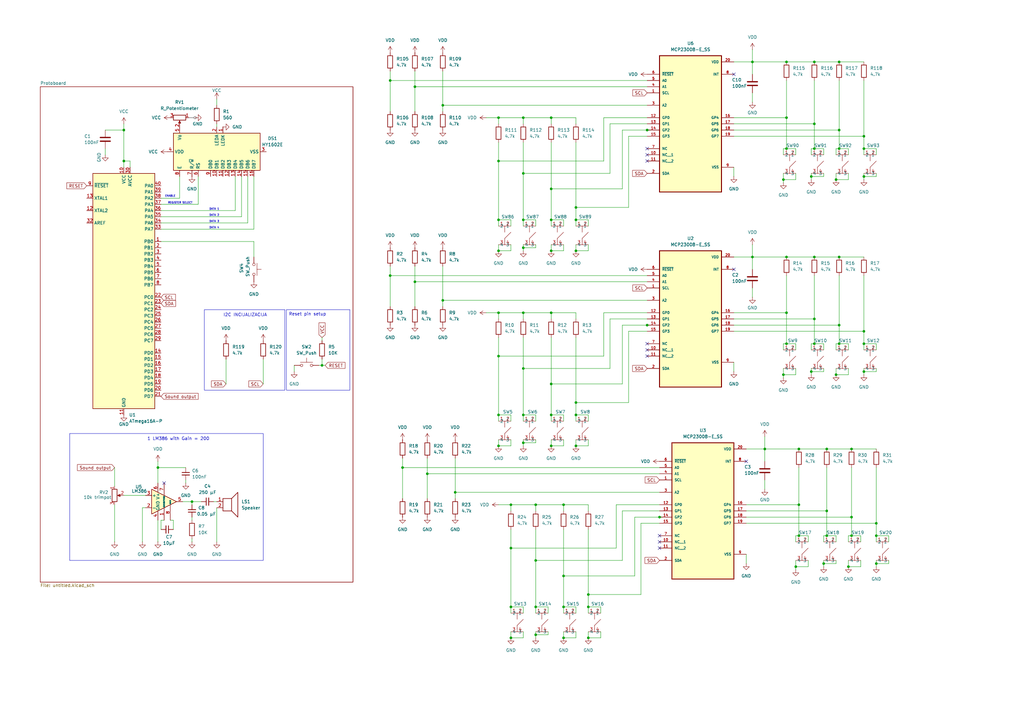
<source format=kicad_sch>
(kicad_sch (version 20250114) (generator "eeschema") (generator_version "9.0")
  (paper "A3")
  (title_block (title "Razvoj jednostavnog sintisajzera") (company "Mirko Jokić"))
  (rectangle (start 83.82 127) (end 116.84 160.02))
  (rectangle (start 28.575 177.8) (end 107.95 229.87))
  (text "REGISTER SELECT" (at 73.914 83.312 0) (effects (font (size 0.762 0.762))))
  (text "DATA 3" (at 87.884 90.932 0) (effects (font (size 0.762 0.762))))
  (text "DATA 1" (at 87.884 85.852 0) (effects (font (size 0.762 0.762))))
  (text "DATA 2" (at 87.884 88.392 0) (effects (font (size 0.762 0.762))))
  (text "I2C INCIJALIZACIJA\n" (at 100.584 129.286 0) (effects (font (size 1.27 1.27))))
  (text "DATA 4" (at 87.884 93.472 0) (effects (font (size 0.762 0.762))))
  (text "ENABLE" (at 69.85 80.518 0) (effects (font (size 0.762 0.762))))
  (text "1 LM386 with Gain = 200" (at 73.152 180.086 0) (effects (font (size 1.27 1.27))))
  (text_box "Reset pin setup\n" (at 117.475 127 0) (size 26.035 33.02) (margins 0.9525 0.9525 0.9525 0.9525) (effects (font (size 1.27 1.27)) (justify left top)))
  (junction (at 349.25 212.09))
  (junction (at 50.8 66.04))
  (junction (at 204.47 66.04))
  (junction (at 354.33 55.88))
  (junction (at 344.17 105.41))
  (junction (at 322.58 140.97))
  (junction (at 231.14 236.22))
  (junction (at 236.22 85.09))
  (junction (at 165.1 191.77))
  (junction (at 226.06 128.27))
  (junction (at 181.61 123.19))
  (junction (at 354.33 60.96))
  (junction (at 354.33 140.97))
  (junction (at 359.41 231.14))
  (junction (at 175.26 194.31))
  (junction (at 170.18 35.56))
  (junction (at 226.06 182.88))
  (junction (at 50.8 53.34))
  (junction (at 231.14 248.92))
  (junction (at 344.17 60.96))
  (junction (at 219.71 207.01))
  (junction (at 359.41 214.63))
  (junction (at 322.58 60.96))
  (junction (at 347.98 232.41))
  (junction (at 327.66 207.01))
  (junction (at 181.61 43.18))
  (junction (at 78.74 205.74))
  (junction (at 226.06 48.26))
  (junction (at 186.69 201.93))
  (junction (at 322.58 25.4))
  (junction (at 241.3 248.92))
  (junction (at 209.55 248.92))
  (junction (at 219.71 260.35))
  (junction (at 334.01 25.4))
  (junction (at 226.06 90.17))
  (junction (at 170.18 115.57))
  (junction (at 327.66 184.15))
  (junction (at 204.47 182.88))
  (junction (at 209.55 261.62))
  (junction (at 219.71 248.92))
  (junction (at 204.47 146.05))
  (junction (at 209.55 207.01))
  (junction (at 236.22 170.18))
  (junction (at 236.22 182.88))
  (junction (at 132.08 149.86))
  (junction (at 204.47 170.18))
  (junction (at 349.25 219.71))
  (junction (at 321.31 73.66))
  (junction (at 344.17 133.35))
  (junction (at 334.01 140.97))
  (junction (at 337.82 231.14))
  (junction (at 326.39 232.41))
  (junction (at 344.17 53.34))
  (junction (at 241.3 261.62))
  (junction (at 308.61 105.41))
  (junction (at 226.06 77.47))
  (junction (at 231.14 261.62))
  (junction (at 321.31 153.67))
  (junction (at 226.06 157.48))
  (junction (at 322.58 48.26))
  (junction (at 236.22 90.17))
  (junction (at 214.63 151.13))
  (junction (at 334.01 130.81))
  (junction (at 236.22 165.1))
  (junction (at 241.3 243.84))
  (junction (at 332.74 72.39))
  (junction (at 332.74 152.4))
  (junction (at 231.14 207.01))
  (junction (at 322.58 105.41))
  (junction (at 204.47 128.27))
  (junction (at 226.06 170.18))
  (junction (at 204.47 102.87))
  (junction (at 214.63 71.12))
  (junction (at 327.66 219.71))
  (junction (at 219.71 229.87))
  (junction (at 214.63 170.18))
  (junction (at 344.17 25.4))
  (junction (at 354.33 135.89))
  (junction (at 204.47 90.17))
  (junction (at 226.06 102.87))
  (junction (at 359.41 219.71))
  (junction (at 354.33 72.39))
  (junction (at 160.02 113.03))
  (junction (at 214.63 90.17))
  (junction (at 265.43 53.34))
  (junction (at 322.58 128.27))
  (junction (at 354.33 152.4))
  (junction (at 265.43 133.35))
  (junction (at 214.63 181.61))
  (junction (at 339.09 209.55))
  (junction (at 349.25 184.15))
  (junction (at 342.9 73.66))
  (junction (at 342.9 153.67))
  (junction (at 334.01 50.8))
  (junction (at 209.55 224.79))
  (junction (at 214.63 48.26))
  (junction (at 308.61 25.4))
  (junction (at 339.09 219.71))
  (junction (at 204.47 48.26))
  (junction (at 160.02 33.02))
  (junction (at 236.22 102.87))
  (junction (at 64.77 191.77))
  (junction (at 313.69 184.15))
  (junction (at 214.63 101.6))
  (junction (at 270.51 212.09))
  (junction (at 344.17 140.97))
  (junction (at 339.09 184.15))
  (junction (at 214.63 128.27))
  (junction (at 334.01 105.41))
  (junction (at 334.01 60.96))
  (no_connect (at 300.99 30.48))
  (no_connect (at 265.43 146.05))
  (no_connect (at 270.51 219.71))
  (no_connect (at 300.99 110.49))
  (no_connect (at 265.43 63.5))
  (no_connect (at 306.07 189.23))
  (no_connect (at 265.43 143.51))
  (no_connect (at 265.43 66.04))
  (no_connect (at 67.31 198.12))
  (no_connect (at 265.43 60.96))
  (no_connect (at 265.43 140.97))
  (no_connect (at 270.51 224.79))
  (no_connect (at 270.51 222.25))
  (wire (pts (xy 204.47 170.18) (xy 209.55 170.18)))
  (wire (pts (xy 175.26 194.31) (xy 175.26 204.47)))
  (wire (pts (xy 231.14 259.08) (xy 231.14 261.62)))
  (wire (pts (xy 96.52 72.39) (xy 96.52 86.36)))
  (wire (pts (xy 359.41 63.5) (xy 359.41 60.96)))
  (wire (pts (xy 241.3 207.01) (xy 231.14 207.01)))
  (wire (pts (xy 359.41 191.77) (xy 359.41 214.63)))
  (wire (pts (xy 209.55 248.92) (xy 209.55 251.46)))
  (wire (pts (xy 255.27 133.35) (xy 255.27 157.48)))
  (wire (pts (xy 214.63 128.27) (xy 204.47 128.27)))
  (wire (pts (xy 236.22 85.09) (xy 236.22 90.17)))
  (wire (pts (xy 64.77 222.25) (xy 64.77 213.36)))
  (wire (pts (xy 50.8 50.8) (xy 50.8 53.34)))
  (wire (pts (xy 359.41 231.14) (xy 364.49 231.14)))
  (wire (pts (xy 241.3 248.92) (xy 241.3 251.46)))
  (wire (pts (xy 231.14 236.22) (xy 260.35 236.22)))
  (wire (pts (xy 300.99 148.59) (xy 300.99 152.4)))
  (wire (pts (xy 241.3 92.71) (xy 241.3 90.17)))
  (wire (pts (xy 327.66 219.71) (xy 326.39 219.71)))
  (wire (pts (xy 209.55 102.87) (xy 204.47 102.87)))
  (wire (pts (xy 104.14 72.39) (xy 104.14 93.98)))
  (wire (pts (xy 209.55 172.72) (xy 209.55 170.18)))
  (wire (pts (xy 334.01 113.03) (xy 334.01 130.81)))
  (wire (pts (xy 347.98 151.13) (xy 347.98 153.67)))
  (wire (pts (xy 204.47 170.18) (xy 204.47 172.72)))
  (wire (pts (xy 337.82 219.71) (xy 339.09 219.71)))
  (wire (pts (xy 313.69 184.15) (xy 327.66 184.15)))
  (wire (pts (xy 160.02 113.03) (xy 265.43 113.03)))
  (wire (pts (xy 354.33 72.39) (xy 354.33 73.66)))
  (wire (pts (xy 67.31 213.36) (xy 66.04 213.36)))
  (wire (pts (xy 219.71 181.61) (xy 214.63 181.61)))
  (wire (pts (xy 326.39 73.66) (xy 321.31 73.66)))
  (wire (pts (xy 265.43 133.35) (xy 266.7 133.35)))
  (wire (pts (xy 226.06 58.42) (xy 226.06 77.47)))
  (wire (pts (xy 165.1 187.96) (xy 165.1 191.77)))
  (wire (pts (xy 50.8 66.04) (xy 50.8 68.58)))
  (wire (pts (xy 334.01 60.96) (xy 337.82 60.96)))
  (wire (pts (xy 306.07 212.09) (xy 349.25 212.09)))
  (wire (pts (xy 300.99 130.81) (xy 334.01 130.81)))
  (wire (pts (xy 236.22 102.87) (xy 241.3 102.87)))
  (wire (pts (xy 226.06 182.88) (xy 231.14 182.88)))
  (wire (pts (xy 344.17 53.34) (xy 344.17 60.96)))
  (wire (pts (xy 53.34 66.04) (xy 50.8 66.04)))
  (wire (pts (xy 257.81 165.1) (xy 236.22 165.1)))
  (wire (pts (xy 250.19 151.13) (xy 250.19 130.81)))
  (wire (pts (xy 76.2 196.85) (xy 76.2 198.12)))
  (wire (pts (xy 88.9 40.64) (xy 88.9 43.18)))
  (wire (pts (xy 255.27 229.87) (xy 255.27 209.55)))
  (wire (pts (xy 204.47 48.26) (xy 204.47 50.8)))
  (wire (pts (xy 214.63 138.43) (xy 214.63 151.13)))
  (wire (pts (xy 71.12 213.36) (xy 71.12 217.17)))
  (wire (pts (xy 326.39 71.12) (xy 326.39 73.66)))
  (wire (pts (xy 78.74 212.09) (xy 78.74 213.36)))
  (wire (pts (xy 214.63 101.6) (xy 214.63 102.87)))
  (wire (pts (xy 332.74 60.96) (xy 334.01 60.96)))
  (wire (pts (xy 204.47 100.33) (xy 204.47 102.87)))
  (wire (pts (xy 342.9 60.96) (xy 342.9 63.5)))
  (wire (pts (xy 99.06 72.39) (xy 99.06 88.9)))
  (wire (pts (xy 321.31 73.66) (xy 321.31 74.93)))
  (wire (pts (xy 43.18 53.34) (xy 50.8 53.34)))
  (wire (pts (xy 50.8 203.2) (xy 59.69 203.2)))
  (wire (pts (xy 300.99 68.58) (xy 300.99 72.39)))
  (wire (pts (xy 349.25 191.77) (xy 349.25 212.09)))
  (wire (pts (xy 334.01 25.4) (xy 344.17 25.4)))
  (wire (pts (xy 78.74 220.98) (xy 78.74 222.25)))
  (wire (pts (xy 308.61 118.11) (xy 308.61 121.92)))
  (wire (pts (xy 226.06 128.27) (xy 214.63 128.27)))
  (wire (pts (xy 236.22 170.18) (xy 236.22 172.72)))
  (wire (pts (xy 88.9 222.25) (xy 88.9 208.28)))
  (wire (pts (xy 300.99 133.35) (xy 344.17 133.35)))
  (wire (pts (xy 214.63 151.13) (xy 250.19 151.13)))
  (wire (pts (xy 219.71 180.34) (xy 219.71 181.61)))
  (wire (pts (xy 219.71 248.92) (xy 224.79 248.92)))
  (wire (pts (xy 332.74 151.13) (xy 332.74 152.4)))
  (wire (pts (xy 231.14 207.01) (xy 231.14 209.55)))
  (wire (pts (xy 219.71 207.01) (xy 219.71 209.55)))
  (wire (pts (xy 226.06 170.18) (xy 226.06 172.72)))
  (wire (pts (xy 224.79 260.35) (xy 219.71 260.35)))
  (wire (pts (xy 175.26 187.96) (xy 175.26 194.31)))
  (wire (pts (xy 241.3 100.33) (xy 241.3 102.87)))
  (wire (pts (xy 231.14 180.34) (xy 231.14 182.88)))
  (wire (pts (xy 241.3 172.72) (xy 241.3 170.18)))
  (wire (pts (xy 107.95 147.32) (xy 107.95 157.48)))
  (wire (pts (xy 255.27 53.34) (xy 255.27 77.47)))
  (wire (pts (xy 226.06 77.47) (xy 226.06 90.17)))
  (wire (pts (xy 219.71 229.87) (xy 219.71 248.92)))
  (wire (pts (xy 270.51 212.09) (xy 271.78 212.09)))
  (wire (pts (xy 322.58 60.96) (xy 326.39 60.96)))
  (wire (pts (xy 226.06 48.26) (xy 226.06 50.8)))
  (wire (pts (xy 339.09 219.71) (xy 342.9 219.71)))
  (wire (pts (xy 359.41 219.71) (xy 359.41 222.25)))
  (wire (pts (xy 209.55 182.88) (xy 204.47 182.88)))
  (wire (pts (xy 226.06 157.48) (xy 226.06 170.18)))
  (wire (pts (xy 226.06 138.43) (xy 226.06 157.48)))
  (wire (pts (xy 313.69 179.07) (xy 313.69 184.15)))
  (wire (pts (xy 321.31 140.97) (xy 321.31 143.51)))
  (wire (pts (xy 337.82 143.51) (xy 337.82 140.97)))
  (wire (pts (xy 186.69 201.93) (xy 186.69 204.47)))
  (wire (pts (xy 344.17 105.41) (xy 354.33 105.41)))
  (wire (pts (xy 231.14 236.22) (xy 231.14 248.92)))
  (wire (pts (xy 262.89 243.84) (xy 241.3 243.84)))
  (wire (pts (xy 342.9 71.12) (xy 342.9 73.66)))
  (wire (pts (xy 64.77 191.77) (xy 64.77 198.12)))
  (wire (pts (xy 257.81 55.88) (xy 265.43 55.88)))
  (wire (pts (xy 332.74 140.97) (xy 332.74 143.51)))
  (wire (pts (xy 104.14 105.41) (xy 104.14 99.06)))
  (wire (pts (xy 81.28 83.82) (xy 66.04 83.82)))
  (wire (pts (xy 214.63 71.12) (xy 250.19 71.12)))
  (wire (pts (xy 181.61 123.19) (xy 265.43 123.19)))
  (wire (pts (xy 132.08 138.43) (xy 132.08 139.7)))
  (wire (pts (xy 204.47 207.01) (xy 209.55 207.01)))
  (wire (pts (xy 257.81 85.09) (xy 236.22 85.09)))
  (wire (pts (xy 132.08 149.86) (xy 133.35 149.86)))
  (wire (pts (xy 260.35 212.09) (xy 270.51 212.09)))
  (wire (pts (xy 308.61 25.4) (xy 322.58 25.4)))
  (wire (pts (xy 236.22 58.42) (xy 236.22 85.09)))
  (wire (pts (xy 160.02 29.21) (xy 160.02 33.02)))
  (wire (pts (xy 87.63 205.74) (xy 88.9 205.74)))
  (wire (pts (xy 300.99 50.8) (xy 334.01 50.8)))
  (wire (pts (xy 359.41 231.14) (xy 359.41 232.41)))
  (wire (pts (xy 226.06 100.33) (xy 226.06 102.87)))
  (wire (pts (xy 88.9 50.8) (xy 88.9 52.07)))
  (wire (pts (xy 354.33 60.96) (xy 354.33 63.5)))
  (wire (pts (xy 226.06 157.48) (xy 255.27 157.48)))
  (wire (pts (xy 339.09 184.15) (xy 349.25 184.15)))
  (wire (pts (xy 214.63 90.17) (xy 214.63 92.71)))
  (wire (pts (xy 74.93 205.74) (xy 78.74 205.74)))
  (wire (pts (xy 337.82 63.5) (xy 337.82 60.96)))
  (wire (pts (xy 214.63 128.27) (xy 214.63 130.81)))
  (wire (pts (xy 224.79 259.08) (xy 224.79 260.35)))
  (wire (pts (xy 308.61 105.41) (xy 308.61 110.49)))
  (wire (pts (xy 344.17 113.03) (xy 344.17 133.35)))
  (wire (pts (xy 308.61 105.41) (xy 322.58 105.41)))
  (wire (pts (xy 257.81 135.89) (xy 257.81 165.1)))
  (wire (pts (xy 214.63 259.08) (xy 214.63 261.62)))
  (wire (pts (xy 209.55 207.01) (xy 209.55 209.55)))
  (wire (pts (xy 359.41 71.12) (xy 359.41 72.39)))
  (wire (pts (xy 209.55 224.79) (xy 252.73 224.79)))
  (wire (pts (xy 209.55 100.33) (xy 209.55 102.87)))
  (wire (pts (xy 300.99 105.41) (xy 308.61 105.41)))
  (wire (pts (xy 339.09 209.55) (xy 339.09 219.71)))
  (wire (pts (xy 226.06 77.47) (xy 255.27 77.47)))
  (wire (pts (xy 66.04 213.36) (xy 66.04 217.17)))
  (wire (pts (xy 214.63 100.33) (xy 214.63 101.6)))
  (wire (pts (xy 347.98 63.5) (xy 347.98 60.96)))
  (wire (pts (xy 306.07 207.01) (xy 327.66 207.01)))
  (wire (pts (xy 308.61 100.33) (xy 308.61 105.41)))
  (wire (pts (xy 181.61 29.21) (xy 181.61 43.18)))
  (wire (pts (xy 300.99 55.88) (xy 354.33 55.88)))
  (wire (pts (xy 209.55 217.17) (xy 209.55 224.79)))
  (wire (pts (xy 130.81 149.86) (xy 132.08 149.86)))
  (wire (pts (xy 104.14 99.06) (xy 66.04 99.06)))
  (wire (pts (xy 313.69 184.15) (xy 313.69 189.23)))
  (wire (pts (xy 331.47 222.25) (xy 331.47 219.71)))
  (wire (pts (xy 306.07 227.33) (xy 306.07 231.14)))
  (wire (pts (xy 332.74 152.4) (xy 332.74 153.67)))
  (wire (pts (xy 342.9 222.25) (xy 342.9 219.71)))
  (wire (pts (xy 326.39 63.5) (xy 326.39 60.96)))
  (wire (pts (xy 186.69 201.93) (xy 270.51 201.93)))
  (wire (pts (xy 226.06 90.17) (xy 231.14 90.17)))
  (wire (pts (xy 120.65 149.86) (xy 120.65 152.4)))
  (wire (pts (xy 101.6 72.39) (xy 101.6 91.44)))
  (wire (pts (xy 250.19 50.8) (xy 265.43 50.8)))
  (wire (pts (xy 359.41 219.71) (xy 364.49 219.71)))
  (wire (pts (xy 219.71 101.6) (xy 214.63 101.6)))
  (wire (pts (xy 236.22 180.34) (xy 236.22 182.88)))
  (wire (pts (xy 246.38 259.08) (xy 246.38 261.62)))
  (wire (pts (xy 354.33 72.39) (xy 359.41 72.39)))
  (wire (pts (xy 255.27 209.55) (xy 270.51 209.55)))
  (wire (pts (xy 332.74 60.96) (xy 332.74 63.5)))
  (wire (pts (xy 214.63 170.18) (xy 219.71 170.18)))
  (wire (pts (xy 359.41 214.63) (xy 359.41 219.71)))
  (wire (pts (xy 265.43 48.26) (xy 247.65 48.26)))
  (wire (pts (xy 170.18 109.22) (xy 170.18 115.57)))
  (wire (pts (xy 226.06 48.26) (xy 214.63 48.26)))
  (wire (pts (xy 332.74 152.4) (xy 337.82 152.4)))
  (wire (pts (xy 78.74 207.01) (xy 78.74 205.74)))
  (wire (pts (xy 64.77 191.77) (xy 76.2 191.77)))
  (wire (pts (xy 250.19 130.81) (xy 265.43 130.81)))
  (wire (pts (xy 231.14 248.92) (xy 231.14 251.46)))
  (wire (pts (xy 231.14 217.17) (xy 231.14 236.22)))
  (wire (pts (xy 300.99 48.26) (xy 322.58 48.26)))
  (wire (pts (xy 322.58 140.97) (xy 321.31 140.97)))
  (wire (pts (xy 209.55 180.34) (xy 209.55 182.88)))
  (wire (pts (xy 326.39 143.51) (xy 326.39 140.97)))
  (wire (pts (xy 214.63 251.46) (xy 214.63 248.92)))
  (wire (pts (xy 204.47 146.05) (xy 204.47 170.18)))
  (wire (pts (xy 349.25 219.71) (xy 347.98 219.71)))
  (wire (pts (xy 257.81 135.89) (xy 265.43 135.89)))
  (wire (pts (xy 322.58 60.96) (xy 321.31 60.96)))
  (wire (pts (xy 73.66 81.28) (xy 66.04 81.28)))
  (wire (pts (xy 308.61 20.32) (xy 308.61 25.4)))
  (wire (pts (xy 209.55 92.71) (xy 209.55 90.17)))
  (wire (pts (xy 344.17 140.97) (xy 342.9 140.97)))
  (wire (pts (xy 344.17 140.97) (xy 347.98 140.97)))
  (wire (pts (xy 214.63 261.62) (xy 209.55 261.62)))
  (wire (pts (xy 313.69 196.85) (xy 313.69 200.66)))
  (wire (pts (xy 165.1 191.77) (xy 165.1 204.47)))
  (wire (pts (xy 241.3 248.92) (xy 246.38 248.92)))
  (wire (pts (xy 337.82 229.87) (xy 337.82 231.14)))
  (wire (pts (xy 236.22 100.33) (xy 236.22 102.87)))
  (wire (pts (xy 322.58 113.03) (xy 322.58 128.27)))
  (wire (pts (xy 326.39 232.41) (xy 326.39 233.68)))
  (wire (pts (xy 337.82 231.14) (xy 337.82 232.41)))
  (wire (pts (xy 71.12 213.36) (xy 69.85 213.36)))
  (wire (pts (xy 321.31 151.13) (xy 321.31 153.67)))
  (wire (pts (xy 226.06 180.34) (xy 226.06 182.88)))
  (wire (pts (xy 226.06 170.18) (xy 231.14 170.18)))
  (wire (pts (xy 347.98 219.71) (xy 347.98 222.25)))
  (wire (pts (xy 236.22 128.27) (xy 226.06 128.27)))
  (wire (pts (xy 250.19 71.12) (xy 250.19 50.8)))
  (wire (pts (xy 224.79 251.46) (xy 224.79 248.92)))
  (wire (pts (xy 160.02 113.03) (xy 160.02 125.73)))
  (wire (pts (xy 306.07 184.15) (xy 313.69 184.15)))
  (wire (pts (xy 46.99 191.77) (xy 46.99 199.39)))
  (wire (pts (xy 359.41 143.51) (xy 359.41 140.97)))
  (wire (pts (xy 219.71 172.72) (xy 219.71 170.18)))
  (wire (pts (xy 354.33 152.4) (xy 354.33 153.67)))
  (wire (pts (xy 204.47 138.43) (xy 204.47 146.05)))
  (wire (pts (xy 209.55 259.08) (xy 209.55 261.62)))
  (wire (pts (xy 165.1 191.77) (xy 270.51 191.77)))
  (wire (pts (xy 236.22 182.88) (xy 241.3 182.88)))
  (wire (pts (xy 321.31 60.96) (xy 321.31 63.5)))
  (wire (pts (xy 322.58 128.27) (xy 322.58 140.97)))
  (wire (pts (xy 354.33 113.03) (xy 354.33 135.89)))
  (wire (pts (xy 66.04 93.98) (xy 104.14 93.98)))
  (wire (pts (xy 214.63 48.26) (xy 214.63 50.8)))
  (wire (pts (xy 339.09 191.77) (xy 339.09 209.55)))
  (wire (pts (xy 204.47 146.05) (xy 247.65 146.05)))
  (wire (pts (xy 344.17 60.96) (xy 347.98 60.96)))
  (wire (pts (xy 204.47 128.27) (xy 204.47 130.81)))
  (wire (pts (xy 214.63 58.42) (xy 214.63 71.12)))
  (wire (pts (xy 231.14 172.72) (xy 231.14 170.18)))
  (wire (pts (xy 306.07 214.63) (xy 359.41 214.63)))
  (wire (pts (xy 255.27 133.35) (xy 265.43 133.35)))
  (wire (pts (xy 204.47 180.34) (xy 204.47 182.88)))
  (wire (pts (xy 236.22 90.17) (xy 241.3 90.17)))
  (wire (pts (xy 236.22 48.26) (xy 236.22 50.8)))
  (wire (pts (xy 327.66 207.01) (xy 327.66 219.71)))
  (wire (pts (xy 78.74 205.74) (xy 82.55 205.74)))
  (wire (pts (xy 354.33 33.02) (xy 354.33 55.88)))
  (wire (pts (xy 354.33 55.88) (xy 354.33 60.96)))
  (wire (pts (xy 331.47 232.41) (xy 326.39 232.41)))
  (wire (pts (xy 219.71 207.01) (xy 209.55 207.01)))
  (wire (pts (xy 236.22 259.08) (xy 236.22 261.62)))
  (wire (pts (xy 204.47 66.04) (xy 247.65 66.04)))
  (wire (pts (xy 236.22 170.18) (xy 241.3 170.18)))
  (wire (pts (xy 241.3 243.84) (xy 241.3 248.92)))
  (wire (pts (xy 322.58 140.97) (xy 326.39 140.97)))
  (wire (pts (xy 214.63 181.61) (xy 214.63 182.88)))
  (wire (pts (xy 300.99 25.4) (xy 308.61 25.4)))
  (wire (pts (xy 353.06 222.25) (xy 353.06 219.71)))
  (wire (pts (xy 96.52 86.36) (xy 66.04 86.36)))
  (wire (pts (xy 270.51 207.01) (xy 252.73 207.01)))
  (wire (pts (xy 342.9 229.87) (xy 342.9 231.14)))
  (wire (pts (xy 262.89 214.63) (xy 262.89 243.84)))
  (wire (pts (xy 226.06 128.27) (xy 226.06 130.81)))
  (wire (pts (xy 332.74 72.39) (xy 332.74 73.66)))
  (wire (pts (xy 236.22 128.27) (xy 236.22 130.81)))
  (wire (pts (xy 353.06 229.87) (xy 353.06 232.41)))
  (wire (pts (xy 332.74 71.12) (xy 332.74 72.39)))
  (wire (pts (xy 344.17 133.35) (xy 344.17 140.97)))
  (wire (pts (xy 349.25 184.15) (xy 359.41 184.15)))
  (wire (pts (xy 344.17 60.96) (xy 342.9 60.96)))
  (wire (pts (xy 199.39 48.26) (xy 204.47 48.26)))
  (wire (pts (xy 327.66 219.71) (xy 331.47 219.71)))
  (wire (pts (xy 59.69 208.28) (xy 58.42 208.28)))
  (wire (pts (xy 354.33 60.96) (xy 359.41 60.96)))
  (wire (pts (xy 347.98 71.12) (xy 347.98 73.66)))
  (wire (pts (xy 214.63 48.26) (xy 204.47 48.26)))
  (wire (pts (xy 347.98 232.41) (xy 353.06 232.41)))
  (wire (pts (xy 214.63 90.17) (xy 219.71 90.17)))
  (wire (pts (xy 204.47 90.17) (xy 204.47 92.71)))
  (wire (pts (xy 342.9 153.67) (xy 347.98 153.67)))
  (wire (pts (xy 342.9 140.97) (xy 342.9 143.51)))
  (wire (pts (xy 247.65 128.27) (xy 247.65 146.05)))
  (wire (pts (xy 50.8 53.34) (xy 50.8 66.04)))
  (wire (pts (xy 170.18 115.57) (xy 170.18 125.73)))
  (wire (pts (xy 331.47 229.87) (xy 331.47 232.41)))
  (wire (pts (xy 214.63 170.18) (xy 214.63 172.72)))
  (wire (pts (xy 265.43 128.27) (xy 247.65 128.27)))
  (wire (pts (xy 337.82 151.13) (xy 337.82 152.4)))
  (wire (pts (xy 236.22 90.17) (xy 236.22 92.71)))
  (wire (pts (xy 337.82 71.12) (xy 337.82 72.39)))
  (wire (pts (xy 327.66 191.77) (xy 327.66 207.01)))
  (wire (pts (xy 300.99 128.27) (xy 322.58 128.27)))
  (wire (pts (xy 364.49 229.87) (xy 364.49 231.14)))
  (wire (pts (xy 321.31 153.67) (xy 321.31 154.94)))
  (wire (pts (xy 170.18 115.57) (xy 265.43 115.57)))
  (wire (pts (xy 214.63 180.34) (xy 214.63 181.61)))
  (wire (pts (xy 160.02 33.02) (xy 265.43 33.02)))
  (wire (pts (xy 332.74 72.39) (xy 337.82 72.39)))
  (wire (pts (xy 241.3 261.62) (xy 246.38 261.62)))
  (wire (pts (xy 326.39 153.67) (xy 321.31 153.67)))
  (wire (pts (xy 322.58 25.4) (xy 334.01 25.4)))
  (wire (pts (xy 132.08 147.32) (xy 132.08 149.86)))
  (wire (pts (xy 306.07 209.55) (xy 339.09 209.55)))
  (wire (pts (xy 160.02 33.02) (xy 160.02 45.72)))
  (wire (pts (xy 349.25 219.71) (xy 353.06 219.71)))
  (wire (pts (xy 364.49 222.25) (xy 364.49 219.71)))
  (wire (pts (xy 170.18 35.56) (xy 265.43 35.56)))
  (wire (pts (xy 322.58 48.26) (xy 322.58 60.96)))
  (wire (pts (xy 262.89 214.63) (xy 270.51 214.63)))
  (wire (pts (xy 334.01 130.81) (xy 334.01 140.97)))
  (wire (pts (xy 219.71 92.71) (xy 219.71 90.17)))
  (wire (pts (xy 199.39 128.27) (xy 204.47 128.27)))
  (wire (pts (xy 354.33 151.13) (xy 354.33 152.4)))
  (wire (pts (xy 347.98 143.51) (xy 347.98 140.97)))
  (wire (pts (xy 265.43 53.34) (xy 266.7 53.34)))
  (wire (pts (xy 181.61 43.18) (xy 181.61 45.72)))
  (wire (pts (xy 347.98 229.87) (xy 347.98 232.41)))
  (wire (pts (xy 219.71 259.08) (xy 219.71 260.35)))
  (wire (pts (xy 326.39 219.71) (xy 326.39 222.25)))
  (wire (pts (xy 219.71 248.92) (xy 219.71 251.46)))
  (wire (pts (xy 322.58 33.02) (xy 322.58 48.26)))
  (wire (pts (xy 332.74 140.97) (xy 334.01 140.97)))
  (wire (pts (xy 226.06 102.87) (xy 231.14 102.87)))
  (wire (pts (xy 334.01 140.97) (xy 337.82 140.97)))
  (wire (pts (xy 209.55 224.79) (xy 209.55 248.92)))
  (wire (pts (xy 308.61 38.1) (xy 308.61 41.91)))
  (wire (pts (xy 321.31 71.12) (xy 321.31 73.66)))
  (wire (pts (xy 334.01 50.8) (xy 334.01 60.96)))
  (wire (pts (xy 175.26 194.31) (xy 270.51 194.31)))
  (wire (pts (xy 99.06 88.9) (xy 66.04 88.9)))
  (wire (pts (xy 344.17 25.4) (xy 354.33 25.4)))
  (wire (pts (xy 236.22 48.26) (xy 226.06 48.26)))
  (wire (pts (xy 354.33 140.97) (xy 359.41 140.97)))
  (wire (pts (xy 322.58 105.41) (xy 334.01 105.41)))
  (wire (pts (xy 219.71 229.87) (xy 255.27 229.87)))
  (wire (pts (xy 226.06 90.17) (xy 226.06 92.71)))
  (wire (pts (xy 354.33 71.12) (xy 354.33 72.39)))
  (wire (pts (xy 349.25 212.09) (xy 349.25 219.71)))
  (wire (pts (xy 170.18 35.56) (xy 170.18 45.72)))
  (wire (pts (xy 359.41 229.87) (xy 359.41 231.14)))
  (wire (pts (xy 160.02 109.22) (xy 160.02 113.03)))
  (wire (pts (xy 255.27 53.34) (xy 265.43 53.34)))
  (wire (pts (xy 241.3 259.08) (xy 241.3 261.62)))
  (wire (pts (xy 252.73 207.01) (xy 252.73 224.79)))
  (wire (pts (xy 241.3 217.17) (xy 241.3 243.84)))
  (wire (pts (xy 204.47 90.17) (xy 209.55 90.17)))
  (wire (pts (xy 257.81 55.88) (xy 257.81 85.09)))
  (wire (pts (xy 209.55 248.92) (xy 214.63 248.92)))
  (wire (pts (xy 236.22 165.1) (xy 236.22 170.18)))
  (wire (pts (xy 337.82 219.71) (xy 337.82 222.25)))
  (wire (pts (xy 181.61 43.18) (xy 265.43 43.18)))
  (wire (pts (xy 344.17 33.02) (xy 344.17 53.34)))
  (wire (pts (xy 53.34 68.58) (xy 53.34 66.04)))
  (wire (pts (xy 204.47 66.04) (xy 204.47 90.17)))
  (wire (pts (xy 214.63 71.12) (xy 214.63 90.17)))
  (wire (pts (xy 231.14 92.71) (xy 231.14 90.17)))
  (wire (pts (xy 170.18 29.21) (xy 170.18 35.56)))
  (wire (pts (xy 219.71 260.35) (xy 219.71 261.62)))
  (wire (pts (xy 334.01 105.41) (xy 344.17 105.41)))
  (wire (pts (xy 326.39 229.87) (xy 326.39 232.41)))
  (wire (pts (xy 337.82 231.14) (xy 342.9 231.14)))
  (wire (pts (xy 219.71 100.33) (xy 219.71 101.6)))
  (wire (pts (xy 246.38 251.46) (xy 246.38 248.92)))
  (wire (pts (xy 219.71 217.17) (xy 219.71 229.87)))
  (wire (pts (xy 241.3 207.01) (xy 241.3 209.55)))
  (wire (pts (xy 308.61 25.4) (xy 308.61 30.48)))
  (wire (pts (xy 326.39 151.13) (xy 326.39 153.67)))
  (wire (pts (xy 354.33 140.97) (xy 354.33 143.51)))
  (wire (pts (xy 359.41 151.13) (xy 359.41 152.4)))
  (wire (pts (xy 73.66 72.39) (xy 73.66 81.28)))
  (wire (pts (xy 43.18 60.96) (xy 43.18 63.5)))
  (wire (pts (xy 342.9 73.66) (xy 347.98 73.66)))
  (wire (pts (xy 241.3 180.34) (xy 241.3 182.88)))
  (wire (pts (xy 231.14 248.92) (xy 236.22 248.92)))
  (wire (pts (xy 231.14 261.62) (xy 236.22 261.62)))
  (wire (pts (xy 247.65 48.26) (xy 247.65 66.04)))
  (wire (pts (xy 81.28 72.39) (xy 81.28 83.82)))
  (wire (pts (xy 64.77 189.23) (xy 64.77 191.77)))
  (wire (pts (xy 354.33 152.4) (xy 359.41 152.4)))
  (wire (pts (xy 231.14 207.01) (xy 219.71 207.01)))
  (wire (pts (xy 231.14 100.33) (xy 231.14 102.87)))
  (wire (pts (xy 186.69 187.96) (xy 186.69 201.93)))
  (wire (pts (xy 300.99 135.89) (xy 354.33 135.89)))
  (wire (pts (xy 204.47 58.42) (xy 204.47 66.04)))
  (wire (pts (xy 181.61 109.22) (xy 181.61 123.19)))
  (wire (pts (xy 46.99 207.01) (xy 46.99 222.25)))
  (wire (pts (xy 236.22 138.43) (xy 236.22 165.1)))
  (wire (pts (xy 214.63 151.13) (xy 214.63 170.18)))
  (wire (pts (xy 101.6 91.44) (xy 66.04 91.44)))
  (wire (pts (xy 300.99 53.34) (xy 344.17 53.34)))
  (wire (pts (xy 58.42 208.28) (xy 58.42 222.25)))
  (wire (pts (xy 354.33 135.89) (xy 354.33 140.97)))
  (wire (pts (xy 236.22 251.46) (xy 236.22 248.92)))
  (wire (pts (xy 92.71 147.32) (xy 92.71 157.48)))
  (wire (pts (xy 181.61 123.19) (xy 181.61 125.73)))
  (wire (pts (xy 342.9 151.13) (xy 342.9 153.67)))
  (wire (pts (xy 334.01 33.02) (xy 334.01 50.8)))
  (wire (pts (xy 260.35 212.09) (xy 260.35 236.22)))
  (wire (pts (xy 327.66 184.15) (xy 339.09 184.15)))
  (global_label "Sound output" (shape input) (at 66.04 162.56 0) (property "Intersheetrefs" "${INTERSHEET_REFS}" (effects (hide yes))))
  (global_label "RESET" (shape input) (at 133.35 149.86 0) (property "Intersheetrefs" "${INTERSHEET_REFS}" (effects (hide yes))))
  (global_label "SCL" (shape input) (at 107.95 157.48 180) (property "Intersheetrefs" "${INTERSHEET_REFS}" (effects (hide yes))))
  (global_label "SCL" (shape input) (at 66.04 121.92 0) (property "Intersheetrefs" "${INTERSHEET_REFS}" (effects (hide yes))))
  (global_label "VCC" (shape input) (at 132.08 138.43 90) (property "Intersheetrefs" "${INTERSHEET_REFS}" (effects (hide yes))))
  (global_label "SCL" (shape input) (at 265.43 118.11 180) (property "Intersheetrefs" "${INTERSHEET_REFS}" (effects (hide yes))))
  (global_label "SDA" (shape input) (at 92.71 157.48 180) (property "Intersheetrefs" "${INTERSHEET_REFS}" (effects (hide yes))))
  (global_label "SDA" (shape input) (at 265.43 71.12 180) (property "Intersheetrefs" "${INTERSHEET_REFS}" (effects (hide yes))))
  (global_label "SDA" (shape input) (at 265.43 151.13 180) (property "Intersheetrefs" "${INTERSHEET_REFS}" (effects (hide yes))))
  (global_label "Sound output" (shape input) (at 46.99 191.77 180) (property "Intersheetrefs" "${INTERSHEET_REFS}" (effects (hide yes))))
  (global_label "RESET" (shape input) (at 35.56 76.2 180) (property "Intersheetrefs" "${INTERSHEET_REFS}" (effects (hide yes))))
  (global_label "SCL" (shape input) (at 265.43 38.1 180) (property "Intersheetrefs" "${INTERSHEET_REFS}" (effects (hide yes))))
  (global_label "SCL" (shape input) (at 270.51 196.85 180) (property "Intersheetrefs" "${INTERSHEET_REFS}" (effects (hide yes))))
  (global_label "SDA" (shape input) (at 66.04 124.46 0) (property "Intersheetrefs" "${INTERSHEET_REFS}" (effects (hide yes))))
  (global_label "SDA" (shape input) (at 270.51 229.87 180) (property "Intersheetrefs" "${INTERSHEET_REFS}" (effects (hide yes))))
  (netclass_flag "" (length 2.54) (shape round) (at 77.47 48.26 270) (property "Netclass" "VCC" (effects (hide yes))))
  (symbol (lib_id "power:GND") (at 64.77 222.25 0) (unit 1)
    (property "Reference" "#PWR010" (effects (hide yes)))
    (property "Value" "GND" (at 64.77 227.33 0))
    (property "Description" "Power symbol creates a global label with name \"GND\" , ground" (effects (hide yes)))
  )
  (symbol (lib_id "power:GND") (at 226.06 182.88 0) (unit 1)
    (property "Reference" "#PWR029" (effects (hide yes)))
    (property "Value" "GND" (at 226.06 187.96 0))
    (property "Description" "Power symbol creates a global label with name \"GND\" , ground" (effects (hide yes)))
  )
  (symbol (lib_id "Device:R") (at 334.01 29.21 0) (unit 1)
    (property "Reference" "R116" (at 336.55 27.9399 0) (effects (justify left)))
    (property "Value" "4.7k" (at 336.55 30.4799 0) (effects (justify left)))
    (property "Footprint" "Resistor_SMD:R_0201_0603Metric" (effects (hide yes)))
    (property "Description" "Resistor" (effects (hide yes)))
  )
  (symbol (lib_id "power:GND") (at 226.06 102.87 0) (unit 1)
    (property "Reference" "#PWR0144" (effects (hide yes)))
    (property "Value" "GND" (at 226.06 107.95 0))
    (property "Description" "Power symbol creates a global label with name \"GND\" , ground" (effects (hide yes)))
  )
  (symbol (lib_id "Device:R") (at 349.25 187.96 0) (unit 1)
    (property "Reference" "R30" (at 351.79 186.6899 0) (effects (justify left)))
    (property "Value" "4.7k" (at 351.79 189.2299 0) (effects (justify left)))
    (property "Footprint" "Resistor_SMD:R_0201_0603Metric" (effects (hide yes)))
    (property "Description" "Resistor" (effects (hide yes)))
  )
  (symbol (lib_id "power:GND") (at 306.07 231.14 0) (unit 1)
    (property "Reference" "#PWR051" (effects (hide yes)))
    (property "Value" "GND" (at 306.07 236.22 0))
    (property "Description" "Power symbol creates a global label with name \"GND\" , ground" (effects (hide yes)))
  )
  (symbol (lib_id "power:VCC") (at 107.95 139.7 0) (unit 1)
    (property "Reference" "#PWR0155" (effects (hide yes)))
    (property "Value" "VDD" (at 107.95 134.62 0))
    (property "Description" "Power symbol creates a global label with name \"VCC\"" (effects (hide yes)))
  )
  (symbol (lib_id "TPS530:PTS530") (at 335.28 67.31 0) (unit 1)
    (property "Reference" "SW91" (at 336.55 59.69 0))
    (property "Value" "~" (at 336.55 62.23 0))
    (property "Footprint" "Library:PTS530" (effects (hide yes)))
  )
  (symbol (lib_id "Device:R") (at 186.69 184.15 0) (unit 1)
    (property "Reference" "R22" (at 189.23 182.8799 0) (effects (justify left)))
    (property "Value" "4.7k" (at 189.23 185.4199 0) (effects (justify left)))
    (property "Footprint" "Resistor_SMD:R_0201_0603Metric" (effects (hide yes)))
    (property "Description" "Resistor" (effects (hide yes)))
  )
  (symbol (lib_id "power:VCC") (at 181.61 21.59 0) (unit 1)
    (property "Reference" "#PWR0158" (effects (hide yes)))
    (property "Value" "VDD" (at 181.61 16.51 0))
    (property "Description" "Power symbol creates a global label with name \"VCC\"" (effects (hide yes)))
  )
  (symbol (lib_id "power:GND") (at 43.18 63.5 0) (unit 1)
    (property "Reference" "#PWR018" (effects (hide yes)))
    (property "Value" "GND" (at 40.64 62.484 90) (effects (justify right)))
    (property "Description" "Power symbol creates a global label with name \"GND\" , ground" (effects (hide yes)))
  )
  (symbol (lib_id "Device:R") (at 181.61 129.54 0) (unit 1)
    (property "Reference" "R9" (at 184.15 128.2699 0) (effects (justify left)))
    (property "Value" "4.7k" (at 184.15 130.8099 0) (effects (justify left)))
    (property "Footprint" "Resistor_SMD:R_0201_0603Metric" (effects (hide yes)))
    (property "Description" "Resistor" (effects (hide yes)))
  )
  (symbol (lib_id "Device:R") (at 107.95 143.51 0) (unit 1)
    (property "Reference" "R120" (at 110.49 142.2399 0) (effects (justify left)))
    (property "Value" "4.7k" (at 110.49 144.7799 0) (effects (justify left)))
    (property "Footprint" "Resistor_SMD:R_0201_0603Metric" (effects (hide yes)))
    (property "Description" "Resistor" (effects (hide yes)))
  )
  (symbol (lib_id "power:VCC") (at 186.69 180.34 0) (unit 1)
    (property "Reference" "#PWR043" (effects (hide yes)))
    (property "Value" "VDD" (at 186.69 175.26 0))
    (property "Description" "Power symbol creates a global label with name \"VCC\"" (effects (hide yes)))
  )
  (symbol (lib_id "Device:R") (at 160.02 49.53 0) (unit 1)
    (property "Reference" "R106" (at 162.56 48.2599 0) (effects (justify left)))
    (property "Value" "4.7k" (at 162.56 50.7999 0) (effects (justify left)))
    (property "Footprint" "Resistor_SMD:R_0201_0603Metric" (effects (hide yes)))
    (property "Description" "Resistor" (effects (hide yes)))
  )
  (symbol (lib_id "power:GND") (at 120.65 152.4 0) (unit 1)
    (property "Reference" "#PWR014" (effects (hide yes)))
    (property "Value" "GND" (at 120.65 157.48 0))
    (property "Description" "Power symbol creates a global label with name \"GND\" , ground" (effects (hide yes)))
  )
  (symbol (lib_id "power:GND") (at 354.33 73.66 0) (unit 1)
    (property "Reference" "#PWR0153" (effects (hide yes)))
    (property "Value" "GND" (at 354.33 78.74 0))
    (property "Description" "Power symbol creates a global label with name \"GND\" , ground" (effects (hide yes)))
  )
  (symbol (lib_id "power:GND") (at 175.26 212.09 0) (unit 1)
    (property "Reference" "#PWR042" (effects (hide yes)))
    (property "Value" "GND" (at 175.26 217.17 0))
    (property "Description" "Power symbol creates a global label with name \"GND\" , ground" (effects (hide yes)))
  )
  (symbol (lib_id "power:GND") (at 209.55 261.62 0) (unit 1)
    (property "Reference" "#PWR046" (effects (hide yes)))
    (property "Value" "GND" (at 209.55 266.7 0))
    (property "Description" "Power symbol creates a global label with name \"GND\" , ground" (effects (hide yes)))
  )
  (symbol (lib_id "power:GND") (at 50.8 170.18 0) (unit 1)
    (property "Reference" "#PWR08" (effects (hide yes)))
    (property "Value" "GND" (at 50.8 173.99 0))
    (property "Description" "Power symbol creates a global label with name \"GND\" , ground" (effects (hide yes)))
  )
  (symbol (lib_id "TPS530:PTS530") (at 222.25 255.27 0) (unit 1)
    (property "Reference" "SW14" (at 223.52 247.65 0))
    (property "Value" "~" (at 223.52 250.19 0))
    (property "Footprint" "Library:PTS530" (effects (hide yes)))
  )
  (symbol (lib_id "power:VCC") (at 265.43 110.49 90) (unit 1)
    (property "Reference" "#PWR031" (effects (hide yes)))
    (property "Value" "VDD" (at 261.62 110.4899 90) (effects (justify left)))
    (property "Description" "Power symbol creates a global label with name \"VCC\"" (effects (hide yes)))
  )
  (symbol (lib_id "Device:R") (at 92.71 143.51 0) (unit 1)
    (property "Reference" "R119" (at 95.25 142.2399 0) (effects (justify left)))
    (property "Value" "4.7k" (at 95.25 144.7799 0) (effects (justify left)))
    (property "Footprint" "Resistor_SMD:R_0201_0603Metric" (effects (hide yes)))
    (property "Description" "Resistor" (effects (hide yes)))
  )
  (symbol (lib_id "Device:R") (at 339.09 187.96 0) (unit 1)
    (property "Reference" "R29" (at 341.63 186.6899 0) (effects (justify left)))
    (property "Value" "4.7k" (at 341.63 189.2299 0) (effects (justify left)))
    (property "Footprint" "Resistor_SMD:R_0201_0603Metric" (effects (hide yes)))
    (property "Description" "Resistor" (effects (hide yes)))
  )
  (symbol (lib_id "Device:R") (at 214.63 134.62 0) (unit 1)
    (property "Reference" "R11" (at 217.17 133.3499 0) (effects (justify left)))
    (property "Value" "4.7k" (at 217.17 135.8899 0) (effects (justify left)))
    (property "Footprint" "Resistor_SMD:R_0201_0603Metric" (effects (hide yes)))
    (property "Description" "Resistor" (effects (hide yes)))
  )
  (symbol (lib_id "Device:R") (at 165.1 208.28 0) (unit 1)
    (property "Reference" "R19" (at 167.64 207.0099 0) (effects (justify left)))
    (property "Value" "4.7k" (at 167.64 209.5499 0) (effects (justify left)))
    (property "Footprint" "Resistor_SMD:R_0201_0603Metric" (effects (hide yes)))
    (property "Description" "Resistor" (effects (hide yes)))
  )
  (symbol (lib_id "power:GND") (at 236.22 102.87 0) (unit 1)
    (property "Reference" "#PWR0145" (effects (hide yes)))
    (property "Value" "GND" (at 236.22 107.95 0))
    (property "Description" "Power symbol creates a global label with name \"GND\" , ground" (effects (hide yes)))
  )
  (symbol (lib_id "power:GND") (at 347.98 232.41 0) (unit 1)
    (property "Reference" "#PWR056" (effects (hide yes)))
    (property "Value" "GND" (at 347.98 237.49 0))
    (property "Description" "Power symbol creates a global label with name \"GND\" , ground" (effects (hide yes)))
  )
  (symbol (lib_id "power:GND") (at 181.61 133.35 0) (unit 1)
    (property "Reference" "#PWR025" (effects (hide yes)))
    (property "Value" "GND" (at 181.61 138.43 0))
    (property "Description" "Power symbol creates a global label with name \"GND\" , ground" (effects (hide yes)))
  )
  (symbol (lib_id "power:VCC") (at 69.85 48.26 90) (unit 1)
    (property "Reference" "#PWR04" (effects (hide yes)))
    (property "Value" "VCC" (at 66.04 48.2599 90) (effects (justify left)))
    (property "Description" "Power symbol creates a global label with name \"VCC\"" (effects (hide yes)))
  )
  (symbol (lib_id "Device:R") (at 231.14 213.36 0) (unit 1)
    (property "Reference" "R26" (at 233.68 212.0899 0) (effects (justify left)))
    (property "Value" "4.7k" (at 233.68 214.6299 0) (effects (justify left)))
    (property "Footprint" "Resistor_SMD:R_0201_0603Metric" (effects (hide yes)))
    (property "Description" "Resistor" (effects (hide yes)))
  )
  (symbol (lib_id "MCP23008-E_SS:MCP23008-E_SS") (at 283.21 128.27 0) (unit 1)
    (property "Reference" "U2" (at 283.21 97.79 0))
    (property "Value" "MCP23008-E_SS" (at 283.21 100.33 0))
    (property "Footprint" "MCP23008-E_SS:SOP65P780X200-20N" (effects (hide yes)))
  )
  (symbol (lib_id "power:GND") (at 165.1 212.09 0) (unit 1)
    (property "Reference" "#PWR040" (effects (hide yes)))
    (property "Value" "GND" (at 165.1 217.17 0))
    (property "Description" "Power symbol creates a global label with name \"GND\" , ground" (effects (hide yes)))
  )
  (symbol (lib_id "power:VCC") (at 308.61 100.33 0) (unit 1)
    (property "Reference" "#PWR033" (effects (hide yes)))
    (property "Value" "VDD" (at 308.61 95.25 0))
    (property "Description" "Power symbol creates a global label with name \"VCC\"" (effects (hide yes)))
  )
  (symbol (lib_id "Device:R") (at 175.26 184.15 0) (unit 1)
    (property "Reference" "R20" (at 177.8 182.8799 0) (effects (justify left)))
    (property "Value" "4.7k" (at 177.8 185.4199 0) (effects (justify left)))
    (property "Footprint" "Resistor_SMD:R_0201_0603Metric" (effects (hide yes)))
    (property "Description" "Resistor" (effects (hide yes)))
  )
  (symbol (lib_id "power:VCC") (at 313.69 179.07 0) (unit 1)
    (property "Reference" "#PWR052" (effects (hide yes)))
    (property "Value" "VDD" (at 313.69 173.99 0))
    (property "Description" "Power symbol creates a global label with name \"VCC\"" (effects (hide yes)))
  )
  (symbol (lib_id "Device:Speaker") (at 93.98 205.74 0) (unit 1)
    (property "Reference" "LS1" (at 99.06 205.7399 0) (effects (justify left)))
    (property "Value" "Speaker" (at 99.06 208.2799 0) (effects (justify left)))
    (property "Description" "Speaker" (effects (hide yes)))
  )
  (symbol (lib_id "power:GND") (at 313.69 200.66 0) (unit 1)
    (property "Reference" "#PWR053" (effects (hide yes)))
    (property "Value" "GND" (at 315.722 204.978 0) (effects (justify right)))
    (property "Description" "Power symbol creates a global label with name \"GND\" , ground" (effects (hide yes)))
  )
  (symbol (lib_id "TPS530:PTS530") (at 212.09 255.27 0) (unit 1)
    (property "Reference" "SW13" (at 213.36 247.65 0))
    (property "Value" "~" (at 213.36 250.19 0))
    (property "Footprint" "Library:PTS530" (effects (hide yes)))
  )
  (symbol (lib_id "Device:R") (at 170.18 49.53 0) (unit 1)
    (property "Reference" "R108" (at 172.72 48.2599 0) (effects (justify left)))
    (property "Value" "4.7k" (at 172.72 50.7999 0) (effects (justify left)))
    (property "Footprint" "Resistor_SMD:R_0201_0603Metric" (effects (hide yes)))
    (property "Description" "Resistor" (effects (hide yes)))
  )
  (symbol (lib_id "MCP23008-E_SS:MCP23008-E_SS") (at 283.21 48.26 0) (unit 1)
    (property "Reference" "U6" (at 283.21 17.78 0))
    (property "Value" "MCP23008-E_SS" (at 283.21 20.32 0))
    (property "Footprint" "MCP23008-E_SS:SOP65P780X200-20N" (effects (hide yes)))
  )
  (symbol (lib_id "Device:C") (at 308.61 114.3 180) (unit 1)
    (property "Reference" "C2" (at 300.228 112.776 0) (effects (justify right)))
    (property "Value" "100nF" (at 300.228 115.316 0) (effects (justify right)))
    (property "Footprint" "Capacitor_SMD:C_0201_0603Metric" (effects (hide yes)))
    (property "Description" "Unpolarized capacitor" (effects (hide yes)))
  )
  (symbol (lib_id "power:GND") (at 321.31 154.94 0) (unit 1)
    (property "Reference" "#PWR035" (effects (hide yes)))
    (property "Value" "GND" (at 321.31 160.02 0))
    (property "Description" "Power symbol creates a global label with name \"GND\" , ground" (effects (hide yes)))
  )
  (symbol (lib_id "power:GND") (at 308.61 41.91 0) (unit 1)
    (property "Reference" "#PWR0148" (effects (hide yes)))
    (property "Value" "GND" (at 310.642 46.228 0) (effects (justify right)))
    (property "Description" "Power symbol creates a global label with name \"GND\" , ground" (effects (hide yes)))
  )
  (symbol (lib_id "power:GND") (at 308.61 121.92 0) (unit 1)
    (property "Reference" "#PWR034" (effects (hide yes)))
    (property "Value" "GND" (at 310.642 126.238 0) (effects (justify right)))
    (property "Description" "Power symbol creates a global label with name \"GND\" , ground" (effects (hide yes)))
  )
  (symbol (lib_id "Device:R") (at 241.3 213.36 0) (unit 1)
    (property "Reference" "R27" (at 243.84 212.0899 0) (effects (justify left)))
    (property "Value" "4.7k" (at 243.84 214.6299 0) (effects (justify left)))
    (property "Footprint" "Resistor_SMD:R_0201_0603Metric" (effects (hide yes)))
    (property "Description" "Resistor" (effects (hide yes)))
  )
  (symbol (lib_id "power:GND") (at 58.42 222.25 0) (unit 1)
    (property "Reference" "#PWR09" (effects (hide yes)))
    (property "Value" "GND" (at 58.42 227.33 0))
    (property "Description" "Power symbol creates a global label with name \"GND\" , ground" (effects (hide yes)))
  )
  (symbol (lib_id "power:GND") (at 78.74 222.25 0) (unit 1)
    (property "Reference" "#PWR011" (effects (hide yes)))
    (property "Value" "GND" (at 78.74 227.33 0))
    (property "Description" "Power symbol creates a global label with name \"GND\" , ground" (effects (hide yes)))
  )
  (symbol (lib_id "TPS530:PTS530") (at 217.17 176.53 0) (unit 1)
    (property "Reference" "SW6" (at 218.44 168.91 0))
    (property "Value" "~" (at 218.44 171.45 0))
    (property "Footprint" "Library:PTS530" (effects (hide yes)))
  )
  (symbol (lib_id "Device:R") (at 165.1 184.15 0) (unit 1)
    (property "Reference" "R18" (at 167.64 182.8799 0) (effects (justify left)))
    (property "Value" "4.7k" (at 167.64 185.4199 0) (effects (justify left)))
    (property "Footprint" "Resistor_SMD:R_0201_0603Metric" (effects (hide yes)))
    (property "Description" "Resistor" (effects (hide yes)))
  )
  (symbol (lib_id "Device:R_Potentiometer") (at 46.99 203.2 0) (unit 1)
    (property "Reference" "RV2" (at 44.45 201.9299 0) (effects (justify right)))
    (property "Value" "10k trimpot" (at 45.72 203.962 0) (effects (justify right)))
    (property "Description" "Potentiometer" (effects (hide yes)))
  )
  (symbol (lib_id "Device:R") (at 160.02 25.4 0) (unit 1)
    (property "Reference" "R105" (at 162.56 24.1299 0) (effects (justify left)))
    (property "Value" "4.7k" (at 162.56 26.6699 0) (effects (justify left)))
    (property "Footprint" "Resistor_SMD:R_0201_0603Metric" (effects (hide yes)))
    (property "Description" "Resistor" (effects (hide yes)))
  )
  (symbol (lib_id "power:VCC") (at 64.77 189.23 0) (unit 1)
    (property "Reference" "#PWR073" (effects (hide yes)))
    (property "Value" "VDD" (at 64.77 184.15 0))
    (property "Description" "Power symbol creates a global label with name \"VCC\"" (effects (hide yes)))
  )
  (symbol (lib_id "TPS530:PTS530") (at 228.6 176.53 0) (unit 1)
    (property "Reference" "SW7" (at 229.87 168.91 0))
    (property "Value" "~" (at 229.87 171.45 0))
    (property "Footprint" "Library:PTS530" (effects (hide yes)))
  )
  (symbol (lib_id "MCP23008-E_SS:MCP23008-E_SS") (at 288.29 207.01 0) (unit 1)
    (property "Reference" "U3" (at 288.29 176.53 0))
    (property "Value" "MCP23008-E_SS" (at 288.29 179.07 0))
    (property "Footprint" "MCP23008-E_SS:SOP65P780X200-20N" (effects (hide yes)))
  )
  (symbol (lib_id "TPS530:PTS530") (at 233.68 255.27 0) (unit 1)
    (property "Reference" "SW15" (at 234.95 247.65 0))
    (property "Value" "~" (at 234.95 250.19 0))
    (property "Footprint" "Library:PTS530" (effects (hide yes)))
  )
  (symbol (lib_id "power:GND") (at 160.02 53.34 0) (unit 1)
    (property "Reference" "#PWR0136" (effects (hide yes)))
    (property "Value" "GND" (at 160.02 58.42 0))
    (property "Description" "Power symbol creates a global label with name \"GND\" , ground" (effects (hide yes)))
  )
  (symbol (lib_id "power:VCC") (at 204.47 207.01 90) (unit 1)
    (property "Reference" "#PWR045" (effects (hide yes)))
    (property "Value" "VDD" (at 200.66 207.0099 90) (effects (justify left)))
    (property "Description" "Power symbol creates a global label with name \"VCC\"" (effects (hide yes)))
  )
  (symbol (lib_id "power:VCC") (at 68.58 62.23 90) (unit 1)
    (property "Reference" "#PWR06" (effects (hide yes)))
    (property "Value" "VCC" (at 64.77 62.2299 90) (effects (justify left)))
    (property "Description" "Power symbol creates a global label with name \"VCC\"" (effects (hide yes)))
  )
  (symbol (lib_id "Switch:SW_Push") (at 104.14 110.49 270) (unit 1)
    (property "Reference" "SW4" (at 99.06 112.014 0) (effects (justify right)))
    (property "Value" "SW_Push" (at 101.6 113.538 0) (effects (justify right)))
    (property "Description" "Push button switch, generic, two pins" (effects (hide yes)))
  )
  (symbol (lib_id "power:GND") (at 170.18 133.35 0) (unit 1)
    (property "Reference" "#PWR023" (effects (hide yes)))
    (property "Value" "GND" (at 170.18 138.43 0))
    (property "Description" "Power symbol creates a global label with name \"GND\" , ground" (effects (hide yes)))
  )
  (symbol (lib_id "TPS530:PTS530") (at 238.76 96.52 0) (unit 1)
    (property "Reference" "SW89" (at 240.03 88.9 0))
    (property "Value" "~" (at 240.03 91.44 0))
    (property "Footprint" "Library:PTS530" (effects (hide yes)))
  )
  (symbol (lib_id "Device:C_Small") (at 78.74 209.55 180) (unit 1)
    (property "Reference" "C8" (at 81.28 208.2735 0) (effects (justify right)))
    (property "Value" "0.05 µF" (at 80.772 210.82 0) (effects (justify right)))
    (property "Description" "Unpolarized capacitor, small symbol" (effects (hide yes)))
  )
  (symbol (lib_id "Device:R") (at 186.69 208.28 0) (unit 1)
    (property "Reference" "R23" (at 189.23 207.0099 0) (effects (justify left)))
    (property "Value" "4.7k" (at 189.23 209.5499 0) (effects (justify left)))
    (property "Footprint" "Resistor_SMD:R_0201_0603Metric" (effects (hide yes)))
    (property "Description" "Resistor" (effects (hide yes)))
  )
  (symbol (lib_id "power:VCC") (at 265.43 30.48 90) (unit 1)
    (property "Reference" "#PWR0146" (effects (hide yes)))
    (property "Value" "VDD" (at 261.62 30.4799 90) (effects (justify left)))
    (property "Description" "Power symbol creates a global label with name \"VCC\"" (effects (hide yes)))
  )
  (symbol (lib_id "power:VCC") (at 92.71 139.7 0) (unit 1)
    (property "Reference" "#PWR0154" (effects (hide yes)))
    (property "Value" "VDD" (at 92.71 134.62 0))
    (property "Description" "Power symbol creates a global label with name \"VCC\"" (effects (hide yes)))
  )
  (symbol (lib_id "TPS530:PTS530") (at 356.87 67.31 0) (unit 1)
    (property "Reference" "SW93" (at 358.14 59.69 0))
    (property "Value" "~" (at 358.14 62.23 0))
    (property "Footprint" "Library:PTS530" (effects (hide yes)))
  )
  (symbol (lib_id "TPS530:PTS530") (at 335.28 147.32 0) (unit 1)
    (property "Reference" "SW10" (at 336.55 139.7 0))
    (property "Value" "~" (at 336.55 142.24 0))
    (property "Footprint" "Library:PTS530" (effects (hide yes)))
  )
  (symbol (lib_id "Device:C_Small") (at 68.58 217.17 270) (unit 1)
    (property "Reference" "C7" (at 69.342 220.218 90))
    (property "Value" "10μF" (at 69.342 222.758 90))
    (property "Description" "Unpolarized capacitor, small symbol" (effects (hide yes)))
  )
  (symbol (lib_id "power:GND") (at 342.9 153.67 0) (unit 1)
    (property "Reference" "#PWR037" (effects (hide yes)))
    (property "Value" "GND" (at 342.9 158.75 0))
    (property "Description" "Power symbol creates a global label with name \"GND\" , ground" (effects (hide yes)))
  )
  (symbol (lib_id "Device:R") (at 160.02 105.41 0) (unit 1)
    (property "Reference" "R2" (at 162.56 104.1399 0) (effects (justify left)))
    (property "Value" "4.7k" (at 162.56 106.6799 0) (effects (justify left)))
    (property "Footprint" "Resistor_SMD:R_0201_0603Metric" (effects (hide yes)))
    (property "Description" "Resistor" (effects (hide yes)))
  )
  (symbol (lib_id "TPS530:PTS530") (at 323.85 67.31 0) (unit 1)
    (property "Reference" "SW90" (at 325.12 59.69 0))
    (property "Value" "~" (at 325.12 62.23 0))
    (property "Footprint" "Library:PTS530" (effects (hide yes)))
  )
  (symbol (lib_id "power:VCC") (at 199.39 128.27 90) (unit 1)
    (property "Reference" "#PWR026" (effects (hide yes)))
    (property "Value" "VDD" (at 195.58 128.2699 90) (effects (justify left)))
    (property "Description" "Power symbol creates a global label with name \"VCC\"" (effects (hide yes)))
  )
  (symbol (lib_id "Device:R") (at 214.63 54.61 0) (unit 1)
    (property "Reference" "R112" (at 217.17 53.3399 0) (effects (justify left)))
    (property "Value" "4.7k" (at 217.17 55.8799 0) (effects (justify left)))
    (property "Footprint" "Resistor_SMD:R_0201_0603Metric" (effects (hide yes)))
    (property "Description" "Resistor" (effects (hide yes)))
  )
  (symbol (lib_id "Device:R") (at 170.18 105.41 0) (unit 1)
    (property "Reference" "R4" (at 172.72 104.1399 0) (effects (justify left)))
    (property "Value" "4.7k" (at 172.72 106.6799 0) (effects (justify left)))
    (property "Footprint" "Resistor_SMD:R_0201_0603Metric" (effects (hide yes)))
    (property "Description" "Resistor" (effects (hide yes)))
  )
  (symbol (lib_id "power:VCC") (at 88.9 40.64 0) (unit 1)
    (property "Reference" "#PWR07" (effects (hide yes)))
    (property "Value" "VCC" (at 88.9 37.084 0))
    (property "Description" "Power symbol creates a global label with name \"VCC\"" (effects (hide yes)))
  )
  (symbol (lib_id "Device:C") (at 308.61 34.29 180) (unit 1)
    (property "Reference" "C10" (at 300.228 32.766 0) (effects (justify right)))
    (property "Value" "100nF" (at 300.228 35.306 0) (effects (justify right)))
    (property "Footprint" "Capacitor_SMD:C_0201_0603Metric" (effects (hide yes)))
    (property "Description" "Unpolarized capacitor" (effects (hide yes)))
  )
  (symbol (lib_id "Device:R") (at 236.22 54.61 0) (unit 1)
    (property "Reference" "R114" (at 238.76 53.3399 0) (effects (justify left)))
    (property "Value" "4.7k" (at 238.76 55.8799 0) (effects (justify left)))
    (property "Footprint" "Resistor_SMD:R_0201_0603Metric" (effects (hide yes)))
    (property "Description" "Resistor" (effects (hide yes)))
  )
  (symbol (lib_id "Switch:SW_Push") (at 125.73 149.86 0) (unit 1)
    (property "Reference" "SW2" (at 125.73 142.24 0))
    (property "Value" "SW_Push" (at 125.73 144.78 0))
    (property "Description" "Push button switch, generic, two pins" (effects (hide yes)))
  )
  (symbol (lib_id "Device:R") (at 181.61 105.41 0) (unit 1)
    (property "Reference" "R8" (at 184.15 104.1399 0) (effects (justify left)))
    (property "Value" "4.7k" (at 184.15 106.6799 0) (effects (justify left)))
    (property "Footprint" "Resistor_SMD:R_0201_0603Metric" (effects (hide yes)))
    (property "Description" "Resistor" (effects (hide yes)))
  )
  (symbol (lib_id "TPS530:PTS530") (at 217.17 96.52 0) (unit 1)
    (property "Reference" "SW87" (at 218.44 88.9 0))
    (property "Value" "~" (at 218.44 91.44 0))
    (property "Footprint" "Library:PTS530" (effects (hide yes)))
  )
  (symbol (lib_id "power:GND") (at 80.01 48.26 90) (unit 1)
    (property "Reference" "#PWR03" (effects (hide yes)))
    (property "Value" "GND" (at 78.994 50.8 90) (effects (justify right)))
    (property "Description" "Power symbol creates a global label with name \"GND\" , ground" (effects (hide yes)))
  )
  (symbol (lib_id "power:GND") (at 300.99 72.39 0) (unit 1)
    (property "Reference" "#PWR0147" (effects (hide yes)))
    (property "Value" "GND" (at 300.99 77.47 0))
    (property "Description" "Power symbol creates a global label with name \"GND\" , ground" (effects (hide yes)))
  )
  (symbol (lib_id "power:VCC") (at 160.02 101.6 0) (unit 1)
    (property "Reference" "#PWR020" (effects (hide yes)))
    (property "Value" "VDD" (at 160.02 96.52 0))
    (property "Description" "Power symbol creates a global label with name \"VCC\"" (effects (hide yes)))
  )
  (symbol (lib_id "power:GND") (at 326.39 233.68 0) (unit 1)
    (property "Reference" "#PWR054" (effects (hide yes)))
    (property "Value" "GND" (at 326.39 238.76 0))
    (property "Description" "Power symbol creates a global label with name \"GND\" , ground" (effects (hide yes)))
  )
  (symbol (lib_id "power:GND") (at 214.63 102.87 0) (unit 1)
    (property "Reference" "#PWR0143" (effects (hide yes)))
    (property "Value" "GND" (at 214.63 107.95 0))
    (property "Description" "Power symbol creates a global label with name \"GND\" , ground" (effects (hide yes)))
  )
  (symbol (lib_id "Device:R") (at 175.26 208.28 0) (unit 1)
    (property "Reference" "R21" (at 177.8 207.0099 0) (effects (justify left)))
    (property "Value" "4.7k" (at 177.8 209.5499 0) (effects (justify left)))
    (property "Footprint" "Resistor_SMD:R_0201_0603Metric" (effects (hide yes)))
    (property "Description" "Resistor" (effects (hide yes)))
  )
  (symbol (lib_id "power:VCC") (at 181.61 101.6 0) (unit 1)
    (property "Reference" "#PWR024" (effects (hide yes)))
    (property "Value" "VDD" (at 181.61 96.52 0))
    (property "Description" "Power symbol creates a global label with name \"VCC\"" (effects (hide yes)))
  )
  (symbol (lib_id "power:VCC") (at 270.51 189.23 90) (unit 1)
    (property "Reference" "#PWR050" (effects (hide yes)))
    (property "Value" "VDD" (at 266.7 189.2299 90) (effects (justify left)))
    (property "Description" "Power symbol creates a global label with name \"VCC\"" (effects (hide yes)))
  )
  (symbol (lib_id "Device:R") (at 359.41 187.96 0) (unit 1)
    (property "Reference" "R31" (at 361.95 186.6899 0) (effects (justify left)))
    (property "Value" "4.7k" (at 361.95 189.2299 0) (effects (justify left)))
    (property "Footprint" "Resistor_SMD:R_0201_0603Metric" (effects (hide yes)))
    (property "Description" "Resistor" (effects (hide yes)))
  )
  (symbol (lib_id "power:GND") (at 88.9 222.25 0) (unit 1)
    (property "Reference" "#PWR012" (effects (hide yes)))
    (property "Value" "GND" (at 88.9 227.33 0))
    (property "Description" "Power symbol creates a global label with name \"GND\" , ground" (effects (hide yes)))
  )
  (symbol (lib_id "Device:R") (at 236.22 134.62 0) (unit 1)
    (property "Reference" "R13" (at 238.76 133.3499 0) (effects (justify left)))
    (property "Value" "4.7k" (at 238.76 135.8899 0) (effects (justify left)))
    (property "Footprint" "Resistor_SMD:R_0201_0603Metric" (effects (hide yes)))
    (property "Description" "Resistor" (effects (hide yes)))
  )
  (symbol (lib_id "Device:R") (at 160.02 129.54 0) (unit 1)
    (property "Reference" "R3" (at 162.56 128.2699 0) (effects (justify left)))
    (property "Value" "4.7k" (at 162.56 130.8099 0) (effects (justify left)))
    (property "Footprint" "Resistor_SMD:R_0201_0603Metric" (effects (hide yes)))
    (property "Description" "Resistor" (effects (hide yes)))
  )
  (symbol (lib_id "power:GND") (at 76.2 198.12 0) (unit 1)
    (property "Reference" "#PWR019" (effects (hide yes)))
    (property "Value" "GND" (at 76.2 203.2 0))
    (property "Description" "Power symbol creates a global label with name \"GND\" , ground" (effects (hide yes)))
  )
  (symbol (lib_id "power:GND") (at 78.74 72.39 0) (unit 1)
    (property "Reference" "#PWR01" (effects (hide yes)))
    (property "Value" "GND" (at 78.74 77.47 0))
    (property "Description" "Power symbol creates a global label with name \"GND\" , ground" (effects (hide yes)))
  )
  (symbol (lib_id "power:GND") (at 186.69 212.09 0) (unit 1)
    (property "Reference" "#PWR044" (effects (hide yes)))
    (property "Value" "GND" (at 186.69 217.17 0))
    (property "Description" "Power symbol creates a global label with name \"GND\" , ground" (effects (hide yes)))
  )
  (symbol (lib_id "power:GND") (at 91.44 52.07 90) (unit 1)
    (property "Reference" "#PWR02" (effects (hide yes)))
    (property "Value" "GND" (at 95.25 52.0699 90) (effects (justify right)))
    (property "Description" "Power symbol creates a global label with name \"GND\" , ground" (effects (hide yes)))
  )
  (symbol (lib_id "Device:R") (at 334.01 109.22 0) (unit 1)
    (property "Reference" "R15" (at 336.55 107.9499 0) (effects (justify left)))
    (property "Value" "4.7k" (at 336.55 110.4899 0) (effects (justify left)))
    (property "Footprint" "Resistor_SMD:R_0201_0603Metric" (effects (hide yes)))
    (property "Description" "Resistor" (effects (hide yes)))
  )
  (symbol (lib_id "Device:R_Potentiometer") (at 73.66 48.26 270) (unit 1)
    (property "Reference" "RV1" (at 73.66 41.91 90))
    (property "Value" "R_Potentiometer" (at 73.66 44.45 90))
    (property "Description" "Potentiometer" (effects (hide yes)))
  )
  (symbol (lib_id "power:VCC") (at 160.02 21.59 0) (unit 1)
    (property "Reference" "#PWR0156" (effects (hide yes)))
    (property "Value" "VDD" (at 160.02 16.51 0))
    (property "Description" "Power symbol creates a global label with name \"VCC\"" (effects (hide yes)))
  )
  (symbol (lib_id "power:GND") (at 342.9 73.66 0) (unit 1)
    (property "Reference" "#PWR0152" (effects (hide yes)))
    (property "Value" "GND" (at 342.9 78.74 0))
    (property "Description" "Power symbol creates a global label with name \"GND\" , ground" (effects (hide yes)))
  )
  (symbol (lib_id "Device:R") (at 327.66 187.96 0) (unit 1)
    (property "Reference" "R28" (at 330.2 186.6899 0) (effects (justify left)))
    (property "Value" "4.7k" (at 330.2 189.2299 0) (effects (justify left)))
    (property "Footprint" "Resistor_SMD:R_0201_0603Metric" (effects (hide yes)))
    (property "Description" "Resistor" (effects (hide yes)))
  )
  (symbol (lib_id "power:GND") (at 204.47 102.87 0) (unit 1)
    (property "Reference" "#PWR0142" (effects (hide yes)))
    (property "Value" "GND" (at 204.47 107.95 0))
    (property "Description" "Power symbol creates a global label with name \"GND\" , ground" (effects (hide yes)))
  )
  (symbol (lib_id "Device:R") (at 88.9 46.99 180) (unit 1)
    (property "Reference" "R1" (at 91.44 45.7199 0) (effects (justify right)))
    (property "Value" "560" (at 91.44 48.2599 0) (effects (justify right)))
    (property "Footprint" "Resistor_SMD:R_0201_0603Metric" (effects (hide yes)))
    (property "Description" "Resistor" (effects (hide yes)))
  )
  (symbol (lib_id "power:GND") (at 204.47 182.88 0) (unit 1)
    (property "Reference" "#PWR027" (effects (hide yes)))
    (property "Value" "GND" (at 204.47 187.96 0))
    (property "Description" "Power symbol creates a global label with name \"GND\" , ground" (effects (hide yes)))
  )
  (symbol (lib_id "TPS530:PTS530") (at 323.85 147.32 0) (unit 1)
    (property "Reference" "SW9" (at 325.12 139.7 0))
    (property "Value" "~" (at 325.12 142.24 0))
    (property "Footprint" "Library:PTS530" (effects (hide yes)))
  )
  (symbol (lib_id "power:GND") (at 231.14 261.62 0) (unit 1)
    (property "Reference" "#PWR048" (effects (hide yes)))
    (property "Value" "GND" (at 231.14 266.7 0))
    (property "Description" "Power symbol creates a global label with name \"GND\" , ground" (effects (hide yes)))
  )
  (symbol (lib_id "Amplifier_Audio:LM386") (at 67.31 205.74 0) (unit 1)
    (property "Reference" "U5" (at 56.896 199.644 0))
    (property "Value" "LM386" (at 57.15 201.422 0))
    (property "Datasheet" "http://www.ti.com/lit/ds/symlink/lm386.pdf" (effects (hide yes)))
    (property "Description" "Low Voltage Audio Power Amplifier, DIP-8/SOIC-8/SSOP-8" (effects (hide yes)))
  )
  (symbol (lib_id "TPS530:PTS530") (at 361.95 226.06 0) (unit 1)
    (property "Reference" "SW20" (at 363.22 218.44 0))
    (property "Value" "~" (at 363.22 220.98 0))
    (property "Footprint" "Library:PTS530" (effects (hide yes)))
  )
  (symbol (lib_id "power:GND") (at 300.99 152.4 0) (unit 1)
    (property "Reference" "#PWR032" (effects (hide yes)))
    (property "Value" "GND" (at 300.99 157.48 0))
    (property "Description" "Power symbol creates a global label with name \"GND\" , ground" (effects (hide yes)))
  )
  (symbol (lib_id "Device:R") (at 170.18 129.54 0) (unit 1)
    (property "Reference" "R6" (at 172.72 128.2699 0) (effects (justify left)))
    (property "Value" "4.7k" (at 172.72 130.8099 0) (effects (justify left)))
    (property "Footprint" "Resistor_SMD:R_0201_0603Metric" (effects (hide yes)))
    (property "Description" "Resistor" (effects (hide yes)))
  )
  (symbol (lib_id "Device:R") (at 132.08 143.51 0) (unit 1)
    (property "Reference" "R5" (at 134.62 142.2399 0) (effects (justify left)))
    (property "Value" "10K" (at 134.62 144.7799 0) (effects (justify left)))
    (property "Description" "Resistor" (effects (hide yes)))
  )
  (symbol (lib_id "Device:R") (at 204.47 134.62 0) (unit 1)
    (property "Reference" "R10" (at 207.01 133.3499 0) (effects (justify left)))
    (property "Value" "4.7k" (at 207.01 135.8899 0) (effects (justify left)))
    (property "Footprint" "Resistor_SMD:R_0201_0603Metric" (effects (hide yes)))
    (property "Description" "Resistor" (effects (hide yes)))
  )
  (symbol (lib_id "TPS530:PTS530") (at 356.87 147.32 0) (unit 1)
    (property "Reference" "SW12" (at 358.14 139.7 0))
    (property "Value" "~" (at 358.14 142.24 0))
    (property "Footprint" "Library:PTS530" (effects (hide yes)))
  )
  (symbol (lib_id "Device:R") (at 209.55 213.36 0) (unit 1)
    (property "Reference" "R24" (at 212.09 212.0899 0) (effects (justify left)))
    (property "Value" "4.7k" (at 212.09 214.6299 0) (effects (justify left)))
    (property "Footprint" "Resistor_SMD:R_0201_0603Metric" (effects (hide yes)))
    (property "Description" "Resistor" (effects (hide yes)))
  )
  (symbol (lib_id "power:GND") (at 160.02 133.35 0) (unit 1)
    (property "Reference" "#PWR021" (effects (hide yes)))
    (property "Value" "GND" (at 160.02 138.43 0))
    (property "Description" "Power symbol creates a global label with name \"GND\" , ground" (effects (hide yes)))
  )
  (symbol (lib_id "Device:R") (at 204.47 54.61 0) (unit 1)
    (property "Reference" "R111" (at 207.01 53.3399 0) (effects (justify left)))
    (property "Value" "4.7k" (at 207.01 55.8799 0) (effects (justify left)))
    (property "Footprint" "Resistor_SMD:R_0201_0603Metric" (effects (hide yes)))
    (property "Description" "Resistor" (effects (hide yes)))
  )
  (symbol (lib_id "Device:R") (at 226.06 134.62 0) (unit 1)
    (property "Reference" "R12" (at 228.6 133.3499 0) (effects (justify left)))
    (property "Value" "4.7k" (at 228.6 135.8899 0) (effects (justify left)))
    (property "Footprint" "Resistor_SMD:R_0201_0603Metric" (effects (hide yes)))
    (property "Description" "Resistor" (effects (hide yes)))
  )
  (symbol (lib_id "power:GND") (at 332.74 153.67 0) (unit 1)
    (property "Reference" "#PWR036" (effects (hide yes)))
    (property "Value" "GND" (at 332.74 158.75 0))
    (property "Description" "Power symbol creates a global label with name \"GND\" , ground" (effects (hide yes)))
  )
  (symbol (lib_id "Device:R") (at 322.58 109.22 0) (unit 1)
    (property "Reference" "R14" (at 325.12 107.9499 0) (effects (justify left)))
    (property "Value" "4.7k" (at 325.12 110.4899 0) (effects (justify left)))
    (property "Footprint" "Resistor_SMD:R_0201_0603Metric" (effects (hide yes)))
    (property "Description" "Resistor" (effects (hide yes)))
  )
  (symbol (lib_id "power:VCC") (at 308.61 20.32 0) (unit 1)
    (property "Reference" "#PWR0151" (effects (hide yes)))
    (property "Value" "VDD" (at 308.61 15.24 0))
    (property "Description" "Power symbol creates a global label with name \"VCC\"" (effects (hide yes)))
  )
  (symbol (lib_id "Device:R") (at 219.71 213.36 0) (unit 1)
    (property "Reference" "R25" (at 222.25 212.0899 0) (effects (justify left)))
    (property "Value" "4.7k" (at 222.25 214.6299 0) (effects (justify left)))
    (property "Footprint" "Resistor_SMD:R_0201_0603Metric" (effects (hide yes)))
    (property "Description" "Resistor" (effects (hide yes)))
  )
  (symbol (lib_id "Device:R") (at 354.33 109.22 0) (unit 1)
    (property "Reference" "R17" (at 356.87 107.9499 0) (effects (justify left)))
    (property "Value" "4.7k" (at 356.87 110.4899 0) (effects (justify left)))
    (property "Footprint" "Resistor_SMD:R_0201_0603Metric" (effects (hide yes)))
    (property "Description" "Resistor" (effects (hide yes)))
  )
  (symbol (lib_id "TPS530:PTS530") (at 228.6 96.52 0) (unit 1)
    (property "Reference" "SW88" (at 229.87 88.9 0))
    (property "Value" "~" (at 229.87 91.44 0))
    (property "Footprint" "Library:PTS530" (effects (hide yes)))
  )
  (symbol (lib_id "Device:R") (at 170.18 25.4 0) (unit 1)
    (property "Reference" "R107" (at 172.72 24.1299 0) (effects (justify left)))
    (property "Value" "4.7k" (at 172.72 26.6699 0) (effects (justify left)))
    (property "Footprint" "Resistor_SMD:R_0201_0603Metric" (effects (hide yes)))
    (property "Description" "Resistor" (effects (hide yes)))
  )
  (symbol (lib_id "Device:C") (at 313.69 193.04 180) (unit 1)
    (property "Reference" "C3" (at 305.308 191.516 0) (effects (justify right)))
    (property "Value" "100nF" (at 305.308 194.056 0) (effects (justify right)))
    (property "Footprint" "Capacitor_SMD:C_0201_0603Metric" (effects (hide yes)))
    (property "Description" "Unpolarized capacitor" (effects (hide yes)))
  )
  (symbol (lib_id "power:GND") (at 181.61 53.34 0) (unit 1)
    (property "Reference" "#PWR0140" (effects (hide yes)))
    (property "Value" "GND" (at 181.61 58.42 0))
    (property "Description" "Power symbol creates a global label with name \"GND\" , ground" (effects (hide yes)))
  )
  (symbol (lib_id "TPS530:PTS530") (at 328.93 226.06 0) (unit 1)
    (property "Reference" "SW17" (at 330.2 218.44 0))
    (property "Value" "~" (at 330.2 220.98 0))
    (property "Footprint" "Library:PTS530" (effects (hide yes)))
  )
  (symbol (lib_id "power:GND") (at 359.41 232.41 0) (unit 1)
    (property "Reference" "#PWR057" (effects (hide yes)))
    (property "Value" "GND" (at 359.41 237.49 0))
    (property "Description" "Power symbol creates a global label with name \"GND\" , ground" (effects (hide yes)))
  )
  (symbol (lib_id "TPS530:PTS530") (at 350.52 226.06 0) (unit 1)
    (property "Reference" "SW19" (at 351.79 218.44 0))
    (property "Value" "~" (at 351.79 220.98 0))
    (property "Footprint" "Library:PTS530" (effects (hide yes)))
  )
  (symbol (lib_id "power:GND") (at 46.99 222.25 0) (unit 1)
    (property "Reference" "#PWR013" (effects (hide yes)))
    (property "Value" "GND" (at 46.99 227.33 0))
    (property "Description" "Power symbol creates a global label with name \"GND\" , ground" (effects (hide yes)))
  )
  (symbol (lib_id "Device:R") (at 344.17 109.22 0) (unit 1)
    (property "Reference" "R16" (at 346.71 107.9499 0) (effects (justify left)))
    (property "Value" "4.7k" (at 346.71 110.4899 0) (effects (justify left)))
    (property "Footprint" "Resistor_SMD:R_0201_0603Metric" (effects (hide yes)))
    (property "Description" "Resistor" (effects (hide yes)))
  )
  (symbol (lib_id "TPS530:PTS530") (at 243.84 255.27 0) (unit 1)
    (property "Reference" "SW16" (at 245.11 247.65 0))
    (property "Value" "~" (at 245.11 250.19 0))
    (property "Footprint" "Library:PTS530" (effects (hide yes)))
  )
  (symbol (lib_id "power:GND") (at 236.22 182.88 0) (unit 1)
    (property "Reference" "#PWR030" (effects (hide yes)))
    (property "Value" "GND" (at 236.22 187.96 0))
    (property "Description" "Power symbol creates a global label with name \"GND\" , ground" (effects (hide yes)))
  )
  (symbol (lib_id "power:VCC") (at 175.26 180.34 0) (unit 1)
    (property "Reference" "#PWR041" (effects (hide yes)))
    (property "Value" "VDD" (at 175.26 175.26 0))
    (property "Description" "Power symbol creates a global label with name \"VCC\"" (effects (hide yes)))
  )
  (symbol (lib_id "power:GND") (at 170.18 53.34 0) (unit 1)
    (property "Reference" "#PWR0138" (effects (hide yes)))
    (property "Value" "GND" (at 170.18 58.42 0))
    (property "Description" "Power symbol creates a global label with name \"GND\" , ground" (effects (hide yes)))
  )
  (symbol (lib_id "power:GND") (at 337.82 232.41 0) (unit 1)
    (property "Reference" "#PWR055" (effects (hide yes)))
    (property "Value" "GND" (at 337.82 237.49 0))
    (property "Description" "Power symbol creates a global label with name \"GND\" , ground" (effects (hide yes)))
  )
  (symbol (lib_id "TPS530:PTS530") (at 207.01 176.53 0) (unit 1)
    (property "Reference" "SW5" (at 208.28 168.91 0))
    (property "Value" "~" (at 208.28 171.45 0))
    (property "Footprint" "Library:PTS530" (effects (hide yes)))
  )
  (symbol (lib_id "Device:C_Small") (at 85.09 205.74 90) (unit 1)
    (property "Reference" "C4" (at 85.0963 199.39 90))
    (property "Value" "250 μF" (at 85.0963 201.93 90))
    (property "Description" "Unpolarized capacitor, small symbol" (effects (hide yes)))
  )
  (symbol (lib_id "power:VCC") (at 170.18 21.59 0) (unit 1)
    (property "Reference" "#PWR0157" (effects (hide yes)))
    (property "Value" "VDD" (at 170.18 16.51 0))
    (property "Description" "Power symbol creates a global label with name \"VCC\"" (effects (hide yes)))
  )
  (symbol (lib_id "Device:R") (at 344.17 29.21 0) (unit 1)
    (property "Reference" "R117" (at 346.71 27.9399 0) (effects (justify left)))
    (property "Value" "4.7k" (at 346.71 30.4799 0) (effects (justify left)))
    (property "Footprint" "Resistor_SMD:R_0201_0603Metric" (effects (hide yes)))
    (property "Description" "Resistor" (effects (hide yes)))
  )
  (symbol (lib_id "power:VCC") (at 199.39 48.26 90) (unit 1)
    (property "Reference" "#PWR0141" (effects (hide yes)))
    (property "Value" "VDD" (at 195.58 48.2599 90) (effects (justify left)))
    (property "Description" "Power symbol creates a global label with name \"VCC\"" (effects (hide yes)))
  )
  (symbol (lib_id "Device:R") (at 181.61 25.4 0) (unit 1)
    (property "Reference" "R109" (at 184.15 24.1299 0) (effects (justify left)))
    (property "Value" "4.7k" (at 184.15 26.6699 0) (effects (justify left)))
    (property "Footprint" "Resistor_SMD:R_0201_0603Metric" (effects (hide yes)))
    (property "Description" "Resistor" (effects (hide yes)))
  )
  (symbol (lib_id "power:VCC") (at 165.1 180.34 0) (unit 1)
    (property "Reference" "#PWR039" (effects (hide yes)))
    (property "Value" "VDD" (at 165.1 175.26 0))
    (property "Description" "Power symbol creates a global label with name \"VCC\"" (effects (hide yes)))
  )
  (symbol (lib_id "Device:R") (at 78.74 217.17 0) (unit 1)
    (property "Reference" "R7" (at 81.28 215.8999 0) (effects (justify left)))
    (property "Value" "10K" (at 81.28 218.4399 0) (effects (justify left)))
    (property "Description" "Resistor" (effects (hide yes)))
  )
  (symbol (lib_id "power:GND") (at 219.71 261.62 0) (unit 1)
    (property "Reference" "#PWR047" (effects (hide yes)))
    (property "Value" "GND" (at 219.71 266.7 0))
    (property "Description" "Power symbol creates a global label with name \"GND\" , ground" (effects (hide yes)))
  )
  (symbol (lib_id "Display_Character:HY1602E") (at 88.9 62.23 90) (unit 1)
    (property "Reference" "DS1" (at 111.76 56.7846 90))
    (property "Value" "HY1602E" (at 111.76 59.3246 90))
    (property "Footprint" "Display:HY1602E" (effects (hide yes)))
    (property "Datasheet" "http://www.icbank.com/data/ICBShop/board/HY1602E.pdf" (effects (hide yes)))
    (property "Description" "LCD 16x2 Alphanumeric 16pin Blue/Yellow/Green Backlight, 8bit parallel, 5V VDD" (effects (hide yes)))
  )
  (symbol (lib_id "power:GND") (at 321.31 74.93 0) (unit 1)
    (property "Reference" "#PWR0149" (effects (hide yes)))
    (property "Value" "GND" (at 321.31 80.01 0))
    (property "Description" "Power symbol creates a global label with name \"GND\" , ground" (effects (hide yes)))
  )
  (symbol (lib_id "power:GND") (at 354.33 153.67 0) (unit 1)
    (property "Reference" "#PWR038" (effects (hide yes)))
    (property "Value" "GND" (at 354.33 158.75 0))
    (property "Description" "Power symbol creates a global label with name \"GND\" , ground" (effects (hide yes)))
  )
  (symbol (lib_id "Device:R") (at 322.58 29.21 0) (unit 1)
    (property "Reference" "R115" (at 325.12 27.9399 0) (effects (justify left)))
    (property "Value" "4.7k" (at 325.12 30.4799 0) (effects (justify left)))
    (property "Footprint" "Resistor_SMD:R_0201_0603Metric" (effects (hide yes)))
    (property "Description" "Resistor" (effects (hide yes)))
  )
  (symbol (lib_id "TPS530:PTS530") (at 207.01 96.52 0) (unit 1)
    (property "Reference" "SW86" (at 208.28 88.9 0))
    (property "Value" "~" (at 208.28 91.44 0))
    (property "Footprint" "Library:PTS530" (effects (hide yes)))
  )
  (symbol (lib_id "Device:C") (at 43.18 57.15 0) (unit 1)
    (property "Reference" "C1" (at 34.544 55.88 0) (effects (justify left)))
    (property "Value" "100nF" (at 34.544 58.42 0) (effects (justify left)))
    (property "Footprint" "Capacitor_SMD:C_1808_4520Metric" (effects (hide yes)))
    (property "Description" "Unpolarized capacitor" (effects (hide yes)))
  )
  (symbol (lib_id "Device:R") (at 181.61 49.53 0) (unit 1)
    (property "Reference" "R110" (at 184.15 48.2599 0) (effects (justify left)))
    (property "Value" "4.7k" (at 184.15 50.7999 0) (effects (justify left)))
    (property "Footprint" "Resistor_SMD:R_0201_0603Metric" (effects (hide yes)))
    (property "Description" "Resistor" (effects (hide yes)))
  )
  (symbol (lib_id "power:VCC") (at 50.8 50.8 0) (unit 1)
    (property "Reference" "#PWR05" (effects (hide yes)))
    (property "Value" "VCC" (at 50.8 45.72 0))
    (property "Description" "Power symbol creates a global label with name \"VCC\"" (effects (hide yes)))
  )
  (symbol (lib_id "Device:R") (at 354.33 29.21 0) (unit 1)
    (property "Reference" "R118" (at 356.87 27.9399 0) (effects (justify left)))
    (property "Value" "4.7k" (at 356.87 30.4799 0) (effects (justify left)))
    (property "Footprint" "Resistor_SMD:R_0201_0603Metric" (effects (hide yes)))
    (property "Description" "Resistor" (effects (hide yes)))
  )
  (symbol (lib_id "TPS530:PTS530") (at 340.36 226.06 0) (unit 1)
    (property "Reference" "SW18" (at 341.63 218.44 0))
    (property "Value" "~" (at 341.63 220.98 0))
    (property "Footprint" "Library:PTS530" (effects (hide yes)))
  )
  (symbol (lib_id "power:GND") (at 214.63 182.88 0) (unit 1)
    (property "Reference" "#PWR028" (effects (hide yes)))
    (property "Value" "GND" (at 214.63 187.96 0))
    (property "Description" "Power symbol creates a global label with name \"GND\" , ground" (effects (hide yes)))
  )
  (symbol (lib_id "Device:C_Small") (at 76.2 194.31 0) (unit 1)
    (property "Reference" "C6" (at 78.74 193.0462 0) (effects (justify left)))
    (property "Value" "100nF" (at 78.74 195.5862 0) (effects (justify left)))
    (property "Description" "Unpolarized capacitor, small symbol" (effects (hide yes)))
  )
  (symbol (lib_id "TPS530:PTS530") (at 345.44 67.31 0) (unit 1)
    (property "Reference" "SW92" (at 346.71 59.69 0))
    (property "Value" "~" (at 346.71 62.23 0))
    (property "Footprint" "Library:PTS530" (effects (hide yes)))
  )
  (symbol (lib_id "TPS530:PTS530") (at 345.44 147.32 0) (unit 1)
    (property "Reference" "SW11" (at 346.71 139.7 0))
    (property "Value" "~" (at 346.71 142.24 0))
    (property "Footprint" "Library:PTS530" (effects (hide yes)))
  )
  (symbol (lib_id "power:GND") (at 332.74 73.66 0) (unit 1)
    (property "Reference" "#PWR0150" (effects (hide yes)))
    (property "Value" "GND" (at 332.74 78.74 0))
    (property "Description" "Power symbol creates a global label with name \"GND\" , ground" (effects (hide yes)))
  )
  (symbol (lib_id "TPS530:PTS530") (at 238.76 176.53 0) (unit 1)
    (property "Reference" "SW8" (at 240.03 168.91 0))
    (property "Value" "~" (at 240.03 171.45 0))
    (property "Footprint" "Library:PTS530" (effects (hide yes)))
  )
  (symbol (lib_id "power:GND") (at 104.14 115.57 0) (unit 1)
    (property "Reference" "#PWR017" (effects (hide yes)))
    (property "Value" "GND" (at 104.14 120.65 0))
    (property "Description" "Power symbol creates a global label with name \"GND\" , ground" (effects (hide yes)))
  )
  (symbol (lib_id "Device:R") (at 226.06 54.61 0) (unit 1)
    (property "Reference" "R113" (at 228.6 53.3399 0) (effects (justify left)))
    (property "Value" "4.7k" (at 228.6 55.8799 0) (effects (justify left)))
    (property "Footprint" "Resistor_SMD:R_0201_0603Metric" (effects (hide yes)))
    (property "Description" "Resistor" (effects (hide yes)))
  )
  (symbol (lib_id "MCU_Microchip_ATmega:ATmega16A-P") (at 50.8 119.38 0) (unit 1)
    (property "Reference" "U1" (at 52.9433 170.18 0) (effects (justify left)))
    (property "Value" "ATmega16A-P" (at 52.9433 172.72 0) (effects (justify left)))
    (property "Footprint" "Package_DIP:DIP-40_W15.24mm" (effects (hide yes)))
    (property "Datasheet" "http://ww1.microchip.com/downloads/en/DeviceDoc/Atmel-8154-8-bit-AVR-ATmega16A_Datasheet.pdf" (effects (hide yes)))
    (property "Description" "16MHz, 16kB Flash, 1kB SRAM, 512B EEPROM, JTAG, DIP-40" (effects (hide yes)))
  )
  (symbol (lib_id "power:VCC") (at 170.18 101.6 0) (unit 1)
    (property "Reference" "#PWR022" (effects (hide yes)))
    (property "Value" "VDD" (at 170.18 96.52 0))
    (property "Description" "Power symbol creates a global label with name \"VCC\"" (effects (hide yes)))
  )
  (symbol (lib_id "power:GND") (at 241.3 261.62 0) (unit 1)
    (property "Reference" "#PWR049" (effects (hide yes)))
    (property "Value" "GND" (at 241.3 266.7 0))
    (property "Description" "Power symbol creates a global label with name \"GND\" , ground" (effects (hide yes)))
  )
  (sheet (at 16.51 35.56) (size 128.27 203.2) (stroke (width 0.1524))
    (property "Sheetname" "Protoboard" (at 16.51 34.8484 0) (effects (justify left bottom)))
    (property "Sheetfile" "untitled.kicad_sch" (at 16.51 239.3446 0) (effects (justify left top)))
  )
)
</source>
